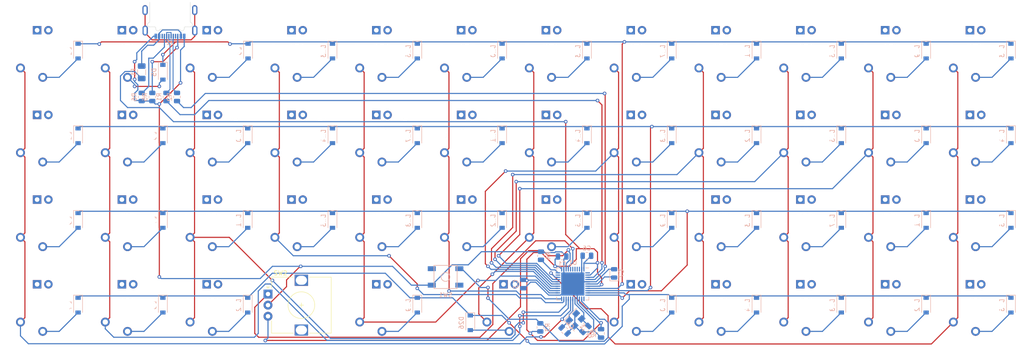
<source format=kicad_pcb>
(kicad_pcb (version 20211014) (generator pcbnew)
  (layers (0 "F.Cu" signal) (31 "B.Cu" signal) (34 "B.Paste" user) (35 "F.Paste" user) (36 "B.SilkS" user "B.Silkscreen") (37 "F.SilkS" user "F.Silkscreen") (38 "B.Mask" user) (39 "F.Mask" user) (44 "Edge.Cuts" user))
  (net 0 "")
  (net 1 "+5V")
  (net 2 "GND")
  (net 3 "Net-(C4-Pad2)")
  (net 4 "Net-(C5-Pad2)")
  (net 5 "Net-(C7-Pad1)")
  (net 6 "Row 0")
  (net 7 "Net-(D1-Pad2)")
  (net 8 "Row 1")
  (net 9 "Net-(D2-Pad2)")
  (net 10 "Row 2")
  (net 11 "Net-(D3-Pad2)")
  (net 12 "Row 3")
  (net 13 "Net-(D4-Pad2)")
  (net 14 "Net-(D5-Pad2)")
  (net 15 "Net-(D6-Pad2)")
  (net 16 "Net-(D7-Pad2)")
  (net 17 "Net-(D8-Pad2)")
  (net 18 "Net-(D9-Pad2)")
  (net 19 "Net-(D10-Pad2)")
  (net 20 "Net-(D11-Pad2)")
  (net 21 "Net-(D12-Pad2)")
  (net 22 "Net-(D13-Pad2)")
  (net 23 "Net-(D14-Pad2)")
  (net 24 "Net-(D15-Pad2)")
  (net 25 "Net-(D16-Pad2)")
  (net 26 "Net-(D17-Pad2)")
  (net 27 "Net-(D18-Pad2)")
  (net 28 "Net-(D19-Pad2)")
  (net 29 "Net-(D20-Pad2)")
  (net 30 "Net-(D21-Pad2)")
  (net 31 "Net-(D22-Pad2)")
  (net 32 "Net-(D23-Pad2)")
  (net 33 "Net-(D24-Pad2)")
  (net 34 "Net-(D25-Pad2)")
  (net 35 "Net-(D26-Pad2)")
  (net 36 "Net-(D27-Pad2)")
  (net 37 "Net-(D28-Pad2)")
  (net 38 "Net-(D29-Pad2)")
  (net 39 "Net-(D30-Pad2)")
  (net 40 "Net-(D31-Pad2)")
  (net 41 "Net-(D32-Pad2)")
  (net 42 "Net-(D33-Pad2)")
  (net 43 "Net-(D34-Pad2)")
  (net 44 "Net-(D35-Pad2)")
  (net 45 "Net-(D36-Pad2)")
  (net 46 "Net-(D37-Pad2)")
  (net 47 "Net-(D38-Pad2)")
  (net 48 "Net-(D39-Pad2)")
  (net 49 "Net-(D40-Pad2)")
  (net 50 "Net-(D41-Pad2)")
  (net 51 "Net-(D42-Pad2)")
  (net 52 "Net-(D43-Pad2)")
  (net 53 "Net-(D44-Pad2)")
  (net 54 "Net-(D45-Pad2)")
  (net 55 "Net-(D46-Pad2)")
  (net 56 "VCC")
  (net 57 "Net-(J1-PadA5)")
  (net 58 "D+")
  (net 59 "D-")
  (net 61 "Net-(J1-PadB5)")
  (net 63 "unconnected-(J1-PadS1)")
  (net 64 "Col 0")
  (net 65 "Col 1")
  (net 66 "Col 2")
  (net 67 "Col 3")
  (net 68 "Col 4")
  (net 69 "Col 5")
  (net 70 "Col 6")
  (net 71 "Col 7")
  (net 72 "Col 8")
  (net 73 "Col 9")
  (net 74 "Col 10")
  (net 75 "Col 11")
  (net 76 "Net-(R1-Pad2)")
  (net 77 "Net-(R2-Pad2)")
  (net 78 "Net-(R3-Pad2)")
  (net 79 "Net-(R4-Pad1)")
  (net 80 "Rot 0")
  (net 81 "Rot 1")
  (footprint "Kailh_Choc:KailhChoc-1U" (layer "F.Cu") (at 274.6375 103.1875 180)
    (fp_text reference "MX7")
    (fp_text value "MX-NoLED")
  )
  (footprint "Kailh_Choc:KailhChoc-1U" (layer "F.Cu") (at 427.0375 122.2375 180)
    (fp_text reference "MX38")
    (fp_text value "MX-NoLED")
  )
  (footprint "Kailh_Choc:KailhChoc-1U" (layer "F.Cu") (at 350.8375 65.0875 180)
    (fp_text reference "MX20")
    (fp_text value "MX-NoLED")
  )
  (footprint "Kailh_Choc:KailhChoc-1U" (layer "F.Cu") (at 293.6875 84.1375 180)
    (fp_text reference "MX10")
    (fp_text value "MX-NoLED")
  )
  (footprint "Kailh_Choc:KailhChoc-1U" (layer "F.Cu") (at 331.7875 84.1375 180)
    (fp_text reference "MX17")
    (fp_text value "MX-NoLED")
  )
  (footprint "Kailh_Choc:KailhChoc-1U" (layer "F.Cu") (at 407.9875 84.1375 180)
    (fp_text reference "MX32")
    (fp_text value "MX-NoLED")
  )
  (footprint "Kailh_Choc:KailhChoc-1U" (layer "F.Cu") (at 312.7375 103.1875 180)
    (fp_text reference "MX15")
    (fp_text value "MX-NoLED")
  )
  (footprint "Kailh_Choc:KailhChoc-1U" (layer "F.Cu") (at 465.1375 122.2375 180)
    (fp_text reference "MX46")
    (fp_text value "MX-NoLED")
  )
  (footprint "Kailh_Choc:KailhChoc-1U" (layer "F.Cu") (at 293.6875 65.0875 180)
    (fp_text reference "MX9")
    (fp_text value "MX-NoLED")
  )
  (footprint "Kailh_Choc:KailhChoc-1U" (layer "F.Cu") (at 446.0875 84.1375 180)
    (fp_text reference "MX40")
    (fp_text value "MX-NoLED")
  )
  (footprint "Kailh_Choc:KailhChoc-1U" (layer "F.Cu") (at 446.0875 103.1875 180)
    (fp_text reference "MX41")
    (fp_text value "MX-NoLED")
  )
  (footprint "Kailh_Choc:KailhChoc-1U" (layer "F.Cu") (at 293.6875 122.2375 180)
    (fp_text reference "MX12")
    (fp_text value "MX-NoLED")
  )
  (footprint "Kailh_Choc:KailhChoc-1U" (layer "F.Cu") (at 274.6375 122.2375 180)
    (fp_text reference "MX8")
    (fp_text value "MX-NoLED")
  )
  (footprint "Kailh_Choc:KailhChoc-1U" (layer "F.Cu") (at 369.8875 103.1875 180)
    (fp_text reference "MX25")
    (fp_text value "MX-NoLED")
  )
  (footprint "Kailh_Choc:KailhChoc-1U" (layer "F.Cu") (at 388.9375 103.1875 180)
    (fp_text reference "MX29")
    (fp_text value "MX-NoLED")
  )
  (footprint "Kailh_Choc:KailhChoc-1U" (layer "F.Cu") (at 388.9375 122.2375 180)
    (fp_text reference "MX30")
    (fp_text value "MX-NoLED")
  )
  (footprint "Kailh_Choc:KailhChoc-1U" (layer "F.Cu") (at 350.8375 103.1875 180)
    (fp_text reference "MX22")
    (fp_text value "MX-NoLED")
  )
  (footprint "Kailh_Choc:KailhChoc-1U" (layer "F.Cu") (at 274.6375 65.0875 180)
    (fp_text reference "MX5")
    (fp_text value "MX-NoLED")
  )
  (footprint "Kailh_Choc:KailhChoc-1U" (layer "F.Cu") (at 388.9375 84.1375 180)
    (fp_text reference "MX28")
    (fp_text value "MX-NoLED")
  )
  (footprint "Kailh_Choc:KailhChoc-1U" (layer "F.Cu") (at 407.9875 103.1875 180)
    (fp_text reference "MX33")
    (fp_text value "MX-NoLED")
  )
  (footprint "Kailh_Choc:KailhChoc-1U" (layer "F.Cu") (at 255.5875 84.1375 180)
    (fp_text reference "MX2")
    (fp_text value "MX-NoLED")
  )
  (footprint "Kailh_Choc:KailhChoc-1U" (layer "F.Cu") (at 427.0375 84.1375 180)
    (fp_text reference "MX36")
    (fp_text value "MX-NoLED")
  )
  (footprint "Kailh_Choc:KailhChoc-1U" (layer "F.Cu") (at 446.0875 65.0875 180)
    (fp_text reference "MX39")
    (fp_text value "MX-NoLED")
  )
  (footprint "Kailh_Choc:KailhChoc-1U" (layer "F.Cu") (at 427.0375 103.1875 180)
    (fp_text reference "MX37")
    (fp_text value "MX-NoLED")
  )
  (footprint "Kailh_Choc:KailhChoc-1U" (layer "F.Cu") (at 407.9875 65.0875 180)
    (fp_text reference "MX31")
    (fp_text value "MX-NoLED")
  )
  (footprint "Kailh_Choc:KailhChoc-1U" (layer "F.Cu") (at 331.7875 122.2375 180)
    (fp_text reference "MX19")
    (fp_text value "MX-NoLED")
  )
  (footprint "Kailh_Choc:KailhChoc-1U" (layer "F.Cu") (at 331.7875 103.1875 180)
    (fp_text reference "MX18")
    (fp_text value "MX-NoLED")
  )
  (footprint "Kailh_Choc:KailhChoc-1U" (layer "F.Cu") (at 293.6875 103.1875 180)
    (fp_text reference "MX11")
    (fp_text value "MX-NoLED")
  )
  (footprint "Kailh_Choc:KailhChoc-1U" (layer "F.Cu") (at 312.7375 65.0875 180)
    (fp_text reference "MX13")
    (fp_text value "MX-NoLED")
  )
  (footprint "Kailh_Choc:KailhChoc-1U" (layer "F.Cu") (at 255.5875 103.1875 180)
    (fp_text reference "MX3")
    (fp_text value "MX-NoLED")
  )
  (footprint "Kailh_Choc:KailhChoc-1U" (layer "F.Cu") (at 331.7875 65.0875 180)
    (fp_text reference "MX16")
    (fp_text value "MX-NoLED")
  )
  (footprint "Kailh_Choc:KailhChoc-1U" (layer "F.Cu") (at 465.1375 84.1375 180)
    (fp_text reference "MX44")
    (fp_text value "MX-NoLED")
  )
  (footprint "Kailh_Choc:KailhChoc-1U" (layer "F.Cu") (at 465.1375 65.0875 180)
    (fp_text reference "MX43")
    (fp_text value "MX-NoLED")
  )
  (footprint "Kailh_Choc:KailhChoc-1U" (layer "F.Cu") (at 255.5875 65.0875 180)
    (fp_text reference "MX1")
    (fp_text value "MX-NoLED")
  )
  (footprint "Kailh_Choc:KailhChoc-1U" (layer "F.Cu") (at 407.9875 122.2375 180)
    (fp_text reference "MX34")
    (fp_text value "MX-NoLED")
  )
  (footprint "Kailh_Choc:KailhChoc-1U" (layer "F.Cu") (at 446.0875 122.2375 180)
    (fp_text reference "MX42")
    (fp_text value "MX-NoLED")
  )
  (footprint "Kailh_Choc:KailhChoc-1U" (layer "F.Cu") (at 360.3625 122.2375 180)
    (fp_text reference "MX26")
    (fp_text value "MX-NoLED")
  )
  (footprint "Kailh_Choc:KailhChoc-1U" (layer "F.Cu") (at 388.9375 65.0875 180)
    (fp_text reference "MX27")
    (fp_text value "MX-NoLED")
  )
  (footprint "Kailh_Choc:KailhChoc-1U" (layer "F.Cu") (at 274.6375 84.1375 180)
    (fp_text reference "MX6")
    (fp_text value "MX-NoLED")
  )
  (footprint "Kailh_Choc:KailhChoc-1U" (layer "F.Cu") (at 255.5875 122.2375 180)
    (fp_text reference "MX4")
    (fp_text value "MX-NoLED")
  )
  (footprint "Rotary_Encoder:RotaryEncoder_Alps_EC12E_Vertical_H20mm" (layer "F.Cu") (at 306.1875 119.7375)
    (fp_text reference "SW2")
    (fp_text value "RotaryEncoder")
  )
  (footprint "Kailh_Choc:KailhChoc-1U" (layer "F.Cu") (at 427.0375 65.0875 180)
    (fp_text reference "MX35")
    (fp_text value "MX-NoLED")
  )
  (footprint "Kailh_Choc:KailhChoc-1U" (layer "F.Cu") (at 369.8875 65.0875 180)
    (fp_text reference "MX23")
    (fp_text value "MX-NoLED")
  )
  (footprint "Kailh_Choc:KailhChoc-1U" (layer "F.Cu") (at 350.8375 84.1375 180)
    (fp_text reference "MX21")
    (fp_text value "MX-NoLED")
  )
  (footprint "Kailh_Choc:KailhChoc-1U" (layer "F.Cu") (at 312.7375 84.1375 180)
    (fp_text reference "MX14")
    (fp_text value "MX-NoLED")
  )
  (footprint "Kailh_Choc:KailhChoc-1U" (layer "F.Cu") (at 465.1375 103.1875 180)
    (fp_text reference "MX45")
    (fp_text value "MX-NoLED")
  )
  (footprint "Kailh_Choc:KailhChoc-1U" (layer "F.Cu") (at 369.8875 84.1375 180)
    (fp_text reference "MX24")
    (fp_text value "MX-NoLED")
  )
  (footprint "Diode_SMD:D_SOD-123" (layer "B.Cu") (at 263.525 122.2375 -90)
    (fp_text reference "D4")
    (fp_text value "D_Small")
  )
  (footprint "Diode_SMD:D_SOD-123" (layer "B.Cu") (at 377.825 103.1875 -90)
    (fp_text reference "D25")
    (fp_text value "D_Small")
  )
  (footprint "Diode_SMD:D_SOD-123" (layer "B.Cu") (at 473.075 65.0875 -90)
    (fp_text reference "D43")
    (fp_text value "D_Small")
  )
  (footprint "Diode_SMD:D_SOD-123" (layer "B.Cu") (at 282.575 69.85 -90)
    (fp_text reference "D5")
    (fp_text value "D_Small")
  )
  (footprint "Resistor_SMD:R_0805_2012Metric" (layer "B.Cu") (at 367.3625 127.2375 90)
    (fp_text reference "R3")
    (fp_text value "10k")
  )
  (footprint "Diode_SMD:D_SOD-123" (layer "B.Cu") (at 396.875 103.1875 -90)
    (fp_text reference "D29")
    (fp_text value "D_Small")
  )
  (footprint "Diode_SMD:D_SOD-123" (layer "B.Cu") (at 282.575 103.1875 -90)
    (fp_text reference "D7")
    (fp_text value "D_Small")
  )
  (footprint "marbastlib-various:USB_C_Receptacle_HRO_TYPE-C-31-M-14" (layer "B.Cu") (at 284.1725 60.54625)
    (fp_text reference "J1")
    (fp_text value "USB_C_Receptacle_USB2.0")
    (fp_line (start 4.545001 -2.075821) (end 4.545001 -6.435) (layer "Edge.Cuts") (width 0.08))
    (fp_line (start -4.554999 -2.075821) (end -4.554999 -6.435) (layer "Edge.Cuts") (width 0.08))
    (fp_line (start 3.195001 -0.505) (end 3.195001 -0.705) (layer "Edge.Cuts") (width 0.08))
    (fp_line (start -3.404998 -0.905) (end -4.554999 -0.905) (layer "Edge.Cuts") (width 0.08))
    (fp_line (start 3.395 -0.905) (end 4.545001 -0.905) (layer "Edge.Cuts") (width 0.08))
    (fp_line (start -0.004999 -0.355) (end -2.098781 -0.355) (layer "Edge.Cuts") (width 0.08))
    (fp_line (start -3.204999 -0.505) (end -3.204999 -0.705) (layer "Edge.Cuts") (width 0.08))
    (fp_line (start -0.004999 -0.355) (end 2.088783 -0.355) (layer "Edge.Cuts") (width 0.08))
    (fp_arc (start 4.687858 -1.884158) (mid 4.584652 -1.9563) (end 4.545001 -2.075821) (layer "Edge.Cuts") (width 0.08))
    (fp_arc (start -2.271986 -0.255) (mid -2.834409 -0.022037) (end -3.204999 -0.505) (layer "Edge.Cuts") (width 0.08))
    (fp_arc (start 3.195001 -0.505) (mid 2.82441 -0.022036) (end 2.261988 -0.255) (layer "Edge.Cuts") (width 0.08))
    (fp_arc (start 2.088783 -0.355) (mid 2.188789 -0.328211) (end 2.261988 -0.255) (layer "Edge.Cuts") (width 0.08))
    (fp_arc (start -3.404998 -0.905) (mid -3.263577 -0.846421) (end -3.204998 -0.705) (layer "Edge.Cuts") (width 0.08))
    (fp_arc (start 3.195001 -0.705) (mid 3.253579 -0.846421) (end 3.395 -0.904999) (layer "Edge.Cuts") (width 0.08))
    (fp_arc (start -2.271986 -0.255) (mid -2.198781 -0.328205) (end -2.098781 -0.355) (layer "Edge.Cuts") (width 0.08))
    (fp_arc (start -4.554999 -0.905) (mid -5.04976 -1.332815) (end -4.697856 -1.884157) (layer "Edge.Cuts") (width 0.08))
    (fp_arc (start 4.687858 -1.884158) (mid 5.039763 -1.332815) (end 4.545001 -0.904999) (layer "Edge.Cuts") (width 0.08))
    (fp_arc (start -4.554999 -2.075821) (mid -4.594642 -1.956298) (end -4.697856 -1.884158) (layer "Edge.Cuts") (width 0.08))
  )
  (footprint "Capacitor_SMD:C_0805_2012Metric" (layer "B.Cu") (at 363.5375 117.475 -90)
    (fp_text reference "C3")
    (fp_text value "0.1uF")
  )
  (footprint "Diode_SMD:D_SOD-123" (layer "B.Cu") (at 415.925 103.1875 -90)
    (fp_text reference "D33")
    (fp_text value "D_Small")
  )
  (footprint "random-keyboard-parts:SKQG-1155865" (layer "B.Cu") (at 346.075 115.8875 180)
    (fp_text reference "SW1")
    (fp_text value "SW_Push")
  )
  (footprint "Diode_SMD:D_SOD-123" (layer "B.Cu") (at 263.525 65.0875 -90)
    (fp_text reference "D1")
    (fp_text value "D_Small")
  )
  (footprint "Diode_SMD:D_SOD-123" (layer "B.Cu") (at 434.975 122.2375 -90)
    (fp_text reference "D38")
    (fp_text value "D_Small")
  )
  (footprint "Diode_SMD:D_SOD-123" (layer "B.Cu") (at 473.075 103.1875 -90)
    (fp_text reference "D45")
    (fp_text value "D_Small")
  )
  (footprint "Diode_SMD:D_SOD-123" (layer "B.Cu") (at 434.975 84.1375 -90)
    (fp_text reference "D36")
    (fp_text value "D_Small")
  )
  (footprint "Resistor_SMD:R_0805_2012Metric" (layer "B.Cu") (at 367.50625 111.125 90)
    (fp_text reference "R4")
    (fp_text value "10k")
  )
  (footprint "Diode_SMD:D_SOD-123" (layer "B.Cu") (at 454.025 65.0875 -90)
    (fp_text reference "D39")
    (fp_text value "D_Small")
  )
  (footprint "Resistor_SMD:R_0805_2012Metric" (layer "B.Cu") (at 277.8125 75.40625 -90)
    (fp_text reference "R6")
    (fp_text value "5.1k")
  )
  (footprint "Diode_SMD:D_SOD-123" (layer "B.Cu") (at 434.975 103.1875 -90)
    (fp_text reference "D37")
    (fp_text value "D_Small")
  )
  (footprint "Diode_SMD:D_SOD-123" (layer "B.Cu") (at 320.675 103.1875 -90)
    (fp_text reference "D15")
    (fp_text value "D_Small")
  )
  (footprint "Diode_SMD:D_SOD-123" (layer "B.Cu") (at 415.925 65.0875 -90)
    (fp_text reference "D31")
    (fp_text value "D_Small")
  )
  (footprint "Diode_SMD:D_SOD-123" (layer "B.Cu") (at 434.975 65.0875 -90)
    (fp_text reference "D35")
    (fp_text value "D_Small")
  )
  (footprint "Diode_SMD:D_SOD-123" (layer "B.Cu") (at 454.025 103.1875 -90)
    (fp_text reference "D41")
    (fp_text value "D_Small")
  )
  (footprint "Capacitor_SMD:C_0805_2012Metric" (layer "B.Cu") (at 381 128.5875 -90)
    (fp_text reference "C2")
    (fp_text value "0.1uF")
  )
  (footprint "Diode_SMD:D_SOD-123" (layer "B.Cu") (at 358.775 65.0875 -90)
    (fp_text reference "D20")
    (fp_text value "D_Small")
  )
  (footprint "Diode_SMD:D_SOD-123" (layer "B.Cu") (at 415.925 122.2375 -90)
    (fp_text reference "D34")
    (fp_text value "D_Small")
  )
  (footprint "Resistor_SMD:R_0805_2012Metric" (layer "B.Cu") (at 283.36875 75.40625 -90)
    (fp_text reference "R1")
    (fp_text value "22")
  )
  (footprint "Diode_SMD:D_SOD-123" (layer "B.Cu") (at 377.825 65.0875 -90)
    (fp_text reference "D23")
    (fp_text value "D_Small")
  )
  (footprint "Diode_SMD:D_SOD-123" (layer "B.Cu") (at 339.725 103.1875 -90)
    (fp_text reference "D18")
    (fp_text value "D_Small")
  )
  (footprint "Diode_SMD:D_SOD-123" (layer "B.Cu") (at 377.825 84.1375 -90)
    (fp_text reference "D24")
    (fp_text value "D_Small")
  )
  (footprint "Diode_SMD:D_SOD-123" (layer "B.Cu") (at 301.625 122.2375 -90)
    (fp_text reference "D12")
    (fp_text value "D_Small")
  )
  (footprint "Diode_SMD:D_SOD-123" (layer "B.Cu") (at 301.625 84.1375 -90)
    (fp_text reference "D10")
    (fp_text value "D_Small")
  )
  (footprint "Diode_SMD:D_SOD-123" (layer "B.Cu") (at 339.725 65.0875 -90)
    (fp_text reference "D16")
    (fp_text value "D_Small")
  )
  (footprint "Diode_SMD:D_SOD-123" (layer "B.Cu") (at 473.075 122.2375 -90)
    (fp_text reference "D46")
    (fp_text value "D_Small")
  )
  (footprint "Package_DFN_QFN:QFN-44-1EP_7x7mm_P0.5mm_EP5.2x5.2mm" (layer "B.Cu") (at 374.65 117.475 180)
    (fp_text reference "U1")
    (fp_text value "ATmega32U4-M")
  )
  (footprint "Diode_SMD:D_SOD-123" (layer "B.Cu") (at 473.075 84.1375 -90)
    (fp_text reference "D44")
    (fp_text value "D_Small")
  )
  (footprint "Capacitor_SMD:C_0805_2012Metric" (layer "B.Cu") (at 372.26875 111.29375)
    (fp_text reference "C1")
    (fp_text value "0.1uF")
  )
  (footprint "Diode_SMD:D_0805_2012Metric" (layer "B.Cu") (at 383.9375 115.09375 90)
    (fp_text reference "C7")
    (fp_text value "1uF")
  )
  (footprint "Diode_SMD:D_SOD-123" (layer "B.Cu") (at 415.925 84.1375 -90)
    (fp_text reference "D32")
    (fp_text value "D_Small")
  )
  (footprint "Diode_SMD:D_SOD-123" (layer "B.Cu") (at 263.525 103.1875 -90)
    (fp_text reference "D3")
    (fp_text value "D_Small")
  )
  (footprint "Diode_SMD:D_SOD-123" (layer "B.Cu") (at 454.025 122.2375 -90)
    (fp_text reference "D42")
    (fp_text value "D_Small")
  )
  (footprint "Diode_SMD:D_SOD-123" (layer "B.Cu") (at 358.775 84.1375 -90)
    (fp_text reference "D21")
    (fp_text value "D_Small")
  )
  (footprint "Diode_SMD:D_SOD-123" (layer "B.Cu") (at 358.775 103.1875 -90)
    (fp_text reference "D22")
    (fp_text value "D_Small")
  )
  (footprint "Diode_SMD:D_SOD-123" (layer "B.Cu") (at 454.025 84.1375 -90)
    (fp_text reference "D40")
    (fp_text value "D_Small")
  )
  (footprint "Diode_SMD:D_SOD-123" (layer "B.Cu") (at 339.725 84.1375 -90)
    (fp_text reference "D17")
    (fp_text value "D_Small")
  )
  (footprint "Diode_SMD:D_SOD-123" (layer "B.Cu") (at 301.70625 65.0875 -90)
    (fp_text reference "D9")
    (fp_text value "D_Small")
  )
  (footprint "Diode_SMD:D_SOD-123" (layer "B.Cu") (at 263.525 84.1375 -90)
    (fp_text reference "D2")
    (fp_text value "D_Small")
  )
  (footprint "Diode_SMD:D_SOD-123" (layer "B.Cu") (at 351.63125 126.20625 -90)
    (fp_text reference "D26")
    (fp_text value "D_Small")
  )
  (footprint "Capacitor_SMD:C_0805_2012Metric" (layer "B.Cu") (at 377.493525 127.585193 45)
    (fp_text reference "C5")
    (fp_text value "22pF")
  )
  (footprint "Diode_SMD:D_SOD-123" (layer "B.Cu") (at 339.725 122.2375 -90)
    (fp_text reference "D19")
    (fp_text value "D_Small")
  )
  (footprint "Capacitor_SMD:C_0805_2012Metric" (layer "B.Cu") (at 377.825 111.125 180)
    (fp_text reference "C6")
    (fp_text value "10uF")
  )
  (footprint "Diode_SMD:D_SOD-123" (layer "B.Cu") (at 320.675 65.0875 -90)
    (fp_text reference "D13")
    (fp_text value "D_Small")
  )
  (footprint "Resistor_SMD:R_0805_2012Metric" (layer "B.Cu") (at 280.19375 75.40625 -90)
    (fp_text reference "R5")
    (fp_text value "5.1k")
  )
  (footprint "Diode_SMD:D_SOD-123" (layer "B.Cu") (at 396.875 84.1375 -90)
    (fp_text reference "D28")
    (fp_text value "D_Small")
  )
  (footprint "Diode_SMD:D_SOD-123" (layer "B.Cu") (at 320.675 84.1375 -90)
    (fp_text reference "D14")
    (fp_text value "D_Small")
  )
  (footprint "Diode_SMD:D_SOD-123" (layer "B.Cu") (at 282.575 122.2375 -90)
    (fp_text reference "D8")
    (fp_text value "D_Small")
  )
  (footprint "Fuse:Fuse_1206_3216Metric" (layer "B.Cu") (at 277.8125 69.85 -90)
    (fp_text reference "F1")
    (fp_text value "500mA")
  )
  (footprint "Capacitor_SMD:C_0805_2012Metric" (layer "B.Cu") (at 372.828335 127.930762 135)
    (fp_text reference "C4")
    (fp_text value "22pF")
  )
  (footprint "Diode_SMD:D_SOD-123" (layer "B.Cu") (at 396.875 122.2375 -90)
    (fp_text reference "D30")
    (fp_text value "D_Small")
  )
  (footprint "Diode_SMD:D_SOD-123" (layer "B.Cu") (at 301.625 103.1875 -90)
    (fp_text reference "D11")
    (fp_text value "D_Small")
  )
  (footprint "Resistor_SMD:R_0805_2012Metric" (layer "B.Cu") (at 285.75 75.40625 -90)
    (fp_text reference "R2")
    (fp_text value "22")
  )
  (footprint "Diode_SMD:D_SOD-123" (layer "B.Cu") (at 282.575 84.1375 -90)
    (fp_text reference "D6")
    (fp_text value "D_Small")
  )
  (footprint "Crystal:Crystal_SMD_3225-4Pin_3.2x2.5mm" (layer "B.Cu") (at 375.242022 125.49263 45)
    (fp_text reference "Y1")
    (fp_text value "16MHz")
  )
  (footprint "Diode_SMD:D_SOD-123" (layer "B.Cu") (at 396.875 65.0875 -90)
    (fp_text reference "D27")
    (fp_text value "D_Small")
  )
  (segment (start 380.20625 112.7125) (end 380.20625 115.09375) (width 0.25) (layer "F.Cu") (net 1))
  (segment (start 377.03125 130.175) (end 366.7125 130.175) (width 0.25) (layer "F.Cu") (net 1))
  (segment (start 367.5875 110.4125) (end 370.68125 113.50625) (width 0.25) (layer "F.Cu") (net 1))
  (segment (start 366.7125 130.175) (end 365.125 128.5875) (width 0.25) (layer "F.Cu") (net 1))
  (segment (start 373.0625 106.3625) (end 376.2375 109.5375) (width 0.25) (layer "F.Cu") (net 1))
  (segment (start 381.115424 116.002924) (end 381.115424 117.590424) (width 0.25) (layer "F.Cu") (net 1))
  (segment (start 373.0625 80.9625) (end 373.0625 106.3625) (width 0.25) (layer "F.Cu") (net 1))
  (segment (start 373.85625 113.50625) (end 375.44375 111.91875) (width 0.25) (layer "F.Cu") (net 1))
  (segment (start 365.125 128.5875) (end 364.33125 127.79375) (width 0.25) (layer "F.Cu") (net 1))
  (segment (start 379.4125 109.5375) (end 380.20625 110.33125) (width 0.25) (layer "F.Cu") (net 1))
  (segment (start 364.33125 111.91875) (end 365.8375 110.4125) (width 0.25) (layer "F.Cu") (net 1))
  (segment (start 370.68125 113.50625) (end 373.85625 113.50625) (width 0.25) (layer "F.Cu") (net 1))
  (segment (start 364.33125 127.79375) (end 364.33125 116.68125) (width 0.25) (layer "F.Cu") (net 1))
  (segment (start 380.20625 110.33125) (end 380.20625 112.7125) (width 0.25) (layer "F.Cu") (net 1))
  (segment (start 376.2375 109.5375) (end 379.4125 109.5375) (width 0.25) (layer "F.Cu") (net 1))
  (segment (start 365.8375 110.4125) (end 367.5875 110.4125) (width 0.25) (layer "F.Cu") (net 1))
  (segment (start 381 126.20625) (end 377.03125 130.175) (width 0.25) (layer "F.Cu") (net 1))
  (segment (start 380.20625 115.09375) (end 381.115424 116.002924) (width 0.25) (layer "F.Cu") (net 1))
  (segment (start 375.44375 111.91875) (end 375.44375 109.5375) (width 0.25) (layer "F.Cu") (net 1))
  (segment (start 375.44375 109.5375) (end 376.2375 109.5375) (width 0.25) (layer "F.Cu") (net 1))
  (segment (start 364.33125 116.68125) (end 364.33125 111.91875) (width 0.25) (layer "F.Cu") (net 1))
  (via (at 380.20625 112.7125) (size 0.8) (drill 0.4) (layers "F.Cu" "B.Cu") (net 1))
  (via (at 381.115424 117.590424) (size 0.8) (drill 0.4) (layers "F.Cu" "B.Cu") (net 1))
  (via (at 365.125 128.5875) (size 0.8) (drill 0.4) (layers "F.Cu" "B.Cu") (net 1))
  (via (at 373.0625 80.9625) (size 0.8) (drill 0.4) (layers "F.Cu" "B.Cu") (net 1))
  (via (at 381 126.20625) (size 0.8) (drill 0.4) (layers "F.Cu" "B.Cu") (net 1))
  (via (at 364.33125 116.68125) (size 0.8) (drill 0.4) (layers "F.Cu" "B.Cu") (net 1))
  (via (at 370.68125 113.50625) (size 0.8) (drill 0.4) (layers "F.Cu" "B.Cu") (net 1))
  (segment (start 377.15 112.75) (end 378.775 111.125) (width 0.25) (layer "B.Cu") (net 1))
  (segment (start 377.9875 115.475) (end 378.573008 115.475) (width 0.25) (layer "B.Cu") (net 1))
  (segment (start 380.0875 112.83125) (end 380.20625 112.7125) (width 0.25) (layer "B.Cu") (net 1))
  (segment (start 381.115424 117.590424) (end 380.730848 117.975) (width 0.25) (layer "B.Cu") (net 1))
  (segment (start 378.573008 115.475) (end 380.20625 113.841758) (width 0.25) (layer "B.Cu") (net 1))
  (segment (start 364.33125 116.68125) (end 364.400001 116.612499) (width 0.25) (layer "B.Cu") (net 1))
  (segment (start 284.95625 80.9625) (end 373.0625 80.9625) (width 0.25) (layer "B.Cu") (net 1))
  (segment (start 376.15 120.8125) (end 376.15 121.670958) (width 0.25) (layer "B.Cu") (net 1))
  (segment (start 380.685292 126.20625) (end 381 126.20625) (width 0.25) (layer "B.Cu") (net 1))
  (segment (start 380.20625 113.841758) (end 380.20625 112.7125) (width 0.25) (layer "B.Cu") (net 1))
  (segment (start 363.5375 116.525) (end 364.175 116.525) (width 0.25) (layer "B.Cu") (net 1))
  (segment (start 370.68125 113.50625) (end 370.68125 111.93125) (width 0.25) (layer "B.Cu") (net 1))
  (segment (start 274.088667 69.6625) (end 273.05 70.701167) (width 0.25) (layer "B.Cu") (net 1))
  (segment (start 364.400001 116.612499) (end 366.498895 116.612499) (width 0.25) (layer "B.Cu") (net 1))
  (segment (start 377.15 114.1375) (end 377.15 112.83125) (width 0.25) (layer "B.Cu") (net 1))
  (segment (start 371.51875 113.50625) (end 372.15 114.1375) (width 0.25) (layer "B.Cu") (net 1))
  (segment (start 273.05 76.2) (end 274.6375 77.7875) (width 0.25) (layer "B.Cu") (net 1))
  (segment (start 370.68125 113.50625) (end 371.51875 113.50625) (width 0.25) (layer "B.Cu") (net 1))
  (segment (start 377.15 112.83125) (end 377.15 112.75) (width 0.25) (layer "B.Cu") (net 1))
  (segment (start 276.225 69.6625) (end 274.088667 69.6625) (width 0.25) (layer "B.Cu") (net 1))
  (segment (start 277.8125 71.25) (end 276.225 69.6625) (width 0.25) (layer "B.Cu") (net 1))
  (segment (start 370.68125 111.93125) (end 371.31875 111.29375) (width 0.25) (layer "B.Cu") (net 1))
  (segment (start 273.05 70.701167) (end 273.05 76.2) (width 0.25) (layer "B.Cu") (net 1))
  (segment (start 381 127.6375) (end 381 126.20625) (width 0.25) (layer "B.Cu") (net 1))
  (segment (start 366.498895 116.612499) (end 369.361396 119.475) (width 0.25) (layer "B.Cu") (net 1))
  (segment (start 367.3625 128.15) (end 365.5625 128.15) (width 0.25) (layer "B.Cu") (net 1))
  (segment (start 365.5625 128.15) (end 365.125 128.5875) (width 0.25) (layer "B.Cu") (net 1))
  (segment (start 281.78125 77.7875) (end 284.95625 80.9625) (width 0.25) (layer "B.Cu") (net 1))
  (segment (start 376.15 121.670958) (end 380.685292 126.20625) (width 0.25) (layer "B.Cu") (net 1))
  (segment (start 364.175 116.525) (end 364.33125 116.68125) (width 0.25) (layer "B.Cu") (net 1))
  (segment (start 377.15 112.83125) (end 380.0875 112.83125) (width 0.25) (layer "B.Cu") (net 1))
  (segment (start 380.730848 117.975) (end 377.9875 117.975) (width 0.25) (layer "B.Cu") (net 1))
  (segment (start 274.6375 77.7875) (end 281.78125 77.7875) (width 0.25) (layer "B.Cu") (net 1))
  (segment (start 369.361396 119.475) (end 371.3125 119.475) (width 0.25) (layer "B.Cu") (net 1))
  (segment (start 286.54375 72.23125) (end 281.78125 76.99375) (width 0.25) (layer "F.Cu") (net 2))
  (segment (start 310.35625 118.06875) (end 306.1875 122.2375) (width 0.25) (layer "F.Cu") (net 2))
  (segment (start 310.35625 116.56875) (end 310.35625 118.06875) (width 0.25) (layer "F.Cu") (net 2))
  (segment (start 281.78125 76.99375) (end 281.78125 115.8875) (width 0.25) (layer "F.Cu") (net 2))
  (segment (start 313.41875 113.50625) (end 310.35625 116.56875) (width 0.25) (layer "F.Cu") (net 2))
  (segment (start 313.53125 113.50625) (end 313.41875 113.50625) (width 0.25) (layer "F.Cu") (net 2))
  (segment (start 276.225 67.46875) (end 276.225 71.4375) (width 0.25) (layer "F.Cu") (net 2))
  (via (at 276.225 71.4375) (size 0.8) (drill 0.4) (layers "F.Cu" "B.Cu") (net 2))
  (via (at 286.54375 72.23125) (size 0.8) (drill 0.4) (layers "F.Cu" "B.Cu") (net 2))
  (via (at 313.53125 113.50625) (size 0.8) (drill 0.4) (layers "F.Cu" "B.Cu") (net 2))
  (via (at 281.78125 115.8875) (size 0.8) (drill 0.4) (layers "F.Cu" "B.Cu") (net 2))
  (via (at 281.78125 76.99375) (size 0.8) (drill 0.4) (layers "F.Cu" "B.Cu") (net 2))
  (via (at 276.225 67.46875) (size 0.8) (drill 0.4) (layers "F.Cu" "B.Cu") (net 2))
  (segment (start 374.401992 117.475) (end 374.65 117.475) (width 0.25) (layer "B.Cu") (net 2))
  (segment (start 376.65 115.475) (end 374.65 117.475) (width 0.25) (layer "B.Cu") (net 2))
  (segment (start 366.299999 117.062499) (end 367.6625 118.425) (width 0.25) (layer "B.Cu") (net 2))
  (segment (start 379.9125 116.975) (end 382.73125 114.15625) (width 0.25) (layer "B.Cu") (net 2))
  (segment (start 379.334375 127.871875) (end 381 129.5375) (width 0.25) (layer "B.Cu") (net 2))
  (segment (start 280.9725 61.74625) (end 280.4525 61.74625) (width 0.25) (layer "B.Cu") (net 2))
  (segment (start 342.975 117.7375) (end 347.55 113.1625) (width 0.25) (layer "B.Cu") (net 2))
  (segment (start 342.975 117.7375) (end 338.4 117.7375) (width 0.25) (layer "B.Cu") (net 2))
  (segment (start 365.178641 117.062499) (end 366.299999 117.062499) (width 0.25) (layer "B.Cu") (net 2))
  (segment (start 286.54375 64.857415) (end 286.54375 72.23125) (width 0.25) (layer "B.Cu") (net 2))
  (segment (start 367.70625 110.4125) (end 370.6 110.4125) (width 0.25) (layer "B.Cu") (net 2))
  (segment (start 376.821774 128.256944) (end 378.793056 128.256944) (width 0.25) (layer "B.Cu") (net 2))
  (segment (start 375.65 118.475) (end 374.65 117.475) (width 0.25) (layer "B.Cu") (net 2))
  (segment (start 338.4 117.7375) (end 334.16875 113.50625) (width 0.25) (layer "B.Cu") (net 2))
  (segment (start 377.9875 116.975) (end 379.9125 116.975) (width 0.25) (layer "B.Cu") (net 2))
  (segment (start 382.73125 114.15625) (end 383.9375 114.15625) (width 0.25) (layer "B.Cu") (net 2))
  (segment (start 373.500086 128.436647) (end 375.065245 126.871488) (width 0.25) (layer "B.Cu") (net 2))
  (segment (start 367.675 118.425) (end 369.225 119.975) (width 0.25) (layer "B.Cu") (net 2))
  (segment (start 372.65 115.475) (end 374.65 117.475) (width 0.25) (layer "B.Cu") (net 2))
  (segment (start 376.821774 128.256944) (end 376.450701 128.256944) (width 0.25) (layer "B.Cu") (net 2))
  (segment (start 379.334375 127.715625) (end 379.334375 127.871875) (width 0.25) (layer "B.Cu") (net 2))
  (segment (start 371.901992 119.975) (end 374.401992 117.475) (width 0.25) (layer "B.Cu") (net 2))
  (segment (start 276.712501 65.486249) (end 276.712501 66.981249) (width 0.25) (layer "B.Cu") (net 2))
  (segment (start 372.65 114.1375) (end 372.65 115.475) (width 0.25) (layer "B.Cu") (net 2))
  (segment (start 276.225 71.938604) (end 276.95 72.663604) (width 0.25) (layer "B.Cu") (net 2))
  (segment (start 373.500086 128.602513) (end 373.500086 128.436647) (width 0.25) (layer "B.Cu") (net 2))
  (segment (start 375.065245 126.871488) (end 375.107403 126.82933) (width 0.25) (layer "B.Cu") (net 2))
  (segment (start 280.86875 76.99375) (end 280.19375 76.31875) (width 0.25) (layer "B.Cu") (net 2))
  (segment (start 376.65 114.1375) (end 376.65 111.35) (width 0.25) (layer "B.Cu") (net 2))
  (segment (start 277.69375 76.2) (end 277.8125 76.31875) (width 0.25) (layer "B.Cu") (net 2))
  (segment (start 277.8125 76.31875) (end 280.19375 76.31875) (width 0.25) (layer "B.Cu") (net 2))
  (segment (start 375.65 120.8125) (end 375.65 121.807354) (width 0.25) (layer "B.Cu") (net 2))
  (segment (start 370.6 110.4125) (end 370.76875 110.24375) (width 0.25) (layer "B.Cu") (net 2))
  (segment (start 367.50625 110.2125) (end 354.13125 110.2125) (width 0.25) (layer "B.Cu") (net 2))
  (segment (start 375.65 120.8125) (end 375.65 118.475) (width 0.25) (layer "B.Cu") (net 2))
  (segment (start 276.95 72.663604) (end 276.95 73.830577) (width 0.25) (layer "B.Cu") (net 2))
  (segment (start 379.334375 125.491729) (end 379.334375 127.715625) (width 0.25) (layer "B.Cu") (net 2))
  (segment (start 375.15 116.975) (end 374.65 117.475) (width 0.25) (layer "B.Cu") (net 2))
  (segment (start 334.16875 113.50625) (end 313.53125 113.50625) (width 0.25) (layer "B.Cu") (net 2))
  (segment (start 363.5375 118.425) (end 363.81614 118.425) (width 0.25) (layer "B.Cu") (net 2))
  (segment (start 276.712501 66.981249) (end 276.225 67.46875) (width 0.25) (layer "B.Cu") (net 2))
  (segment (start 276.225 76.2) (end 277.69375 76.2) (width 0.25) (layer "B.Cu") (net 2))
  (segment (start 372.65 114.1375) (end 372.65 111.8625) (width 0.25) (layer "B.Cu") (net 2))
  (segment (start 351.18125 113.1625) (end 347.55 113.1625) (width 0.25) (layer "B.Cu") (net 2))
  (segment (start 276.225 71.4375) (end 276.225 71.938604) (width 0.25) (layer "B.Cu") (net 2))
  (segment (start 378.793056 128.256944) (end 379.334375 127.715625) (width 0.25) (layer "B.Cu") (net 2))
  (segment (start 376.65 111.35) (end 376.875 111.125) (width 0.25) (layer "B.Cu") (net 2))
  (segment (start 280.4525 61.74625) (end 276.712501 65.486249) (width 0.25) (layer "B.Cu") (net 2))
  (segment (start 282.2025 116.26) (end 304.4275 116.26) (width 0.25) (layer "B.Cu") (net 2))
  (segment (start 372.16875 110.24375) (end 373.21875 111.29375) (width 0.25) (layer "B.Cu") (net 2))
  (segment (start 276.225 74.555577) (end 276.225 76.2) (width 0.25) (layer "B.Cu") (net 2))
  (segment (start 281.83 115.8875) (end 281.78125 115.8875) (width 0.25) (layer "B.Cu") (net 2))
  (segment (start 287.3725 64.028665) (end 286.54375 64.857415) (width 0.25) (layer "B.Cu") (net 2))
  (segment (start 363.81614 118.425) (end 365.178641 117.062499) (width 0.25) (layer "B.Cu") (net 2))
  (segment (start 371.3125 119.975) (end 371.901992 119.975) (width 0.25) (layer "B.Cu") (net 2))
  (segment (start 307.18125 113.50625) (end 313.53125 113.50625) (width 0.25) (layer "B.Cu") (net 2))
  (segment (start 281.78125 76.99375) (end 280.86875 76.99375) (width 0.25) (layer "B.Cu") (net 2))
  (segment (start 377.9875 116.975) (end 375.15 116.975) (width 0.25) (layer "B.Cu") (net 2))
  (segment (start 276.95 73.830577) (end 276.225 74.555577) (width 0.25) (layer "B.Cu") (net 2))
  (segment (start 375.65 121.807354) (end 379.334375 125.491729) (width 0.25) (layer "B.Cu") (net 2))
  (segment (start 287.3725 61.74625) (end 287.3725 64.028665) (width 0.25) (layer "B.Cu") (net 2))
  (segment (start 375.107403 126.82933) (end 375.107403 124.425168) (width 0.25) (layer "B.Cu") (net 2))
  (segment (start 375.107403 124.425168) (end 375.418799 124.113772) (width 0.25) (layer "B.Cu") (net 2))
  (segment (start 367.50625 110.2125) (end 367.70625 110.4125) (width 0.25) (layer "B.Cu") (net 2))
  (segment (start 376.65 114.1375) (end 376.65 115.475) (width 0.25) (layer "B.Cu") (net 2))
  (segment (start 372.65 111.8625) (end 373.21875 111.29375) (width 0.25) (layer "B.Cu") (net 2))
  (segment (start 304.4275 116.26) (end 307.18125 113.50625) (width 0.25) (layer "B.Cu") (net 2))
  (segment (start 376.450701 128.256944) (end 375.065245 126.871488) (width 0.25) (layer "B.Cu") (net 2))
  (segment (start 367.6625 118.425) (end 367.675 118.425) (width 0.25) (layer "B.Cu") (net 2))
  (segment (start 370.76875 110.24375) (end 372.16875 110.24375) (width 0.25) (layer "B.Cu") (net 2))
  (segment (start 369.225 119.975) (end 371.3125 119.975) (width 0.25) (layer "B.Cu") (net 2))
  (segment (start 282.2025 116.26) (end 281.83 115.8875) (width 0.25) (layer "B.Cu") (net 2))
  (segment (start 354.13125 110.2125) (end 351.18125 113.1625) (width 0.25) (layer "B.Cu") (net 2))
  (segment (start 373.863164 124.361259) (end 374.65 123.574423) (width 0.25) (layer "B.Cu") (net 3))
  (segment (start 374.65 123.574423) (end 374.65 120.8125) (width 0.25) (layer "B.Cu") (net 3))
  (segment (start 373.863164 125.669407) (end 373.863164 124.361259) (width 0.25) (layer "B.Cu") (net 3))
  (segment (start 372.27356 127.259011) (end 373.863164 125.669407) (width 0.25) (layer "B.Cu") (net 3))
  (segment (start 372.156584 127.259011) (end 372.27356 127.259011) (width 0.25) (layer "B.Cu") (net 3))
  (segment (start 375.15 120.8125) (end 375.15 121.94375) (width 0.25) (layer "B.Cu") (net 4))
  (segment (start 375.15 121.94375) (end 377.115855 123.909605) (width 0.25) (layer "B.Cu") (net 4))
  (segment (start 377.115855 124.820878) (end 376.62088 125.315853) (width 0.25) (layer "B.Cu") (net 4))
  (segment (start 377.115855 123.909605) (end 377.115855 124.820878) (width 0.25) (layer "B.Cu") (net 4))
  (segment (start 378.165276 126.913442) (end 378.165276 126.860249) (width 0.25) (layer "B.Cu") (net 4))
  (segment (start 378.165276 126.860249) (end 376.62088 125.315853) (width 0.25) (layer "B.Cu") (net 4))
  (segment (start 377.9875 117.475) (end 380.20625 117.475) (width 0.25) (layer "B.Cu") (net 5))
  (segment (start 380.20625 117.475) (end 381.79375 115.8875) (width 0.25) (layer "B.Cu") (net 5))
  (segment (start 381.79375 115.8875) (end 383.79375 115.8875) (width 0.25) (layer "B.Cu") (net 5))
  (segment (start 383.79375 115.8875) (end 383.9375 116.03125) (width 0.25) (layer "B.Cu") (net 5))
  (segment (start 282.575 65.88125) (end 285.443751 63.012499) (width 0.25) (layer "F.Cu") (net 6))
  (segment (start 268.775001 63.012499) (end 268.2875 63.5) (width 0.25) (layer "F.Cu") (net 6))
  (segment (start 285.443751 63.012499) (end 268.775001 63.012499) (width 0.25) (layer "F.Cu") (net 6))
  (segment (start 385.7625 117.475) (end 385.7625 63.5) (width 0.25) (layer "F.Cu") (net 6))
  (segment (start 385.7625 63.5) (end 386.250001 63.012499) (width 0.25) (layer "F.Cu") (net 6))
  (segment (start 285.443751 63.012499) (end 297.168749 63.012499) (width 0.25) (layer "F.Cu") (net 6))
  (segment (start 297.168749 63.012499) (end 297.65625 63.5) (width 0.25) (layer "F.Cu") (net 6))
  (via (at 386.250001 63.012499) (size 0.8) (drill 0.4) (layers "F.Cu" "B.Cu") (net 6))
  (via (at 297.65625 63.5) (size 0.8) (drill 0.4) (layers "F.Cu" "B.Cu") (net 6))
  (via (at 385.7625 117.475) (size 0.8) (drill 0.4) (layers "F.Cu" "B.Cu") (net 6))
  (via (at 268.2875 63.5) (size 0.8) (drill 0.4) (layers "F.Cu" "B.Cu") (net 6))
  (via (at 282.575 65.88125) (size 0.8) (drill 0.4) (layers "F.Cu" "B.Cu") (net 6))
  (segment (start 378.250001 63.012499) (end 386.250001 63.012499) (width 0.25) (layer "B.Cu") (net 6))
  (segment (start 415.499999 63.012499) (end 415.925 63.4375) (width 0.25) (layer "B.Cu") (net 6))
  (segment (start 415.925 63.4375) (end 416.350001 63.012499) (width 0.25) (layer "B.Cu") (net 6))
  (segment (start 358.349999 63.012499) (end 358.775 63.4375) (width 0.25) (layer "B.Cu") (net 6))
  (segment (start 397.300001 63.012499) (end 415.499999 63.012499) (width 0.25) (layer "B.Cu") (net 6))
  (segment (start 416.350001 63.012499) (end 434.549999 63.012499) (width 0.25) (layer "B.Cu") (net 6))
  (segment (start 297.71875 63.4375) (end 301.70625 63.4375) (width 0.25) (layer "B.Cu") (net 6))
  (segment (start 377.399999 63.012499) (end 377.825 63.4375) (width 0.25) (layer "B.Cu") (net 6))
  (segment (start 454.025 63.4375) (end 454.450001 63.012499) (width 0.25) (layer "B.Cu") (net 6))
  (segment (start 302.131251 63.012499) (end 320.249999 63.012499) (width 0.25) (layer "B.Cu") (net 6))
  (segment (start 268.225 63.4375) (end 263.525 63.4375) (width 0.25) (layer "B.Cu") (net 6))
  (segment (start 301.70625 63.4375) (end 302.131251 63.012499) (width 0.25) (layer "B.Cu") (net 6))
  (segment (start 358.775 63.4375) (end 359.200001 63.012499) (width 0.25) (layer "B.Cu") (net 6))
  (segment (start 472.649999 63.012499) (end 473.075 63.4375) (width 0.25) (layer "B.Cu") (net 6))
  (segment (start 454.450001 63.012499) (end 472.649999 63.012499) (width 0.25) (layer "B.Cu") (net 6))
  (segment (start 377.9875 118.475) (end 384.7625 118.475) (width 0.25) (layer "B.Cu") (net 6))
  (segment (start 453.599999 63.012499) (end 454.025 63.4375) (width 0.25) (layer "B.Cu") (net 6))
  (segment (start 435.400001 63.012499) (end 453.599999 63.012499) (width 0.25) (layer "B.Cu") (net 6))
  (segment (start 339.725 63.4375) (end 340.150001 63.012499) (width 0.25) (layer "B.Cu") (net 6))
  (segment (start 434.975 63.4375) (end 435.400001 63.012499) (width 0.25) (layer "B.Cu") (net 6))
  (segment (start 320.675 63.4375) (end 321.100001 63.012499) (width 0.25) (layer "B.Cu") (net 6))
  (segment (start 340.150001 63.012499) (end 358.349999 63.012499) (width 0.25) (layer "B.Cu") (net 6))
  (segment (start 386.250001 63.012499) (end 396.449999 63.012499) (width 0.25) (layer "B.Cu") (net 6))
  (segment (start 339.299999 63.012499) (end 339.725 63.4375) (width 0.25) (layer "B.Cu") (net 6))
  (segment (start 321.100001 63.012499) (end 339.299999 63.012499) (width 0.25) (layer "B.Cu") (net 6))
  (segment (start 297.65625 63.5) (end 297.71875 63.4375) (width 0.25) (layer "B.Cu") (net 6))
  (segment (start 282.575 68.2) (end 282.575 65.88125) (width 0.25) (layer "B.Cu") (net 6))
  (segment (start 434.549999 63.012499) (end 434.975 63.4375) (width 0.25) (layer "B.Cu") (net 6))
  (segment (start 396.449999 63.012499) (end 396.875 63.4375) (width 0.25) (layer "B.Cu") (net 6))
  (segment (start 268.2875 63.5) (end 268.225 63.4375) (width 0.25) (layer "B.Cu") (net 6))
  (segment (start 377.825 63.4375) (end 378.250001 63.012499) (width 0.25) (layer "B.Cu") (net 6))
  (segment (start 359.200001 63.012499) (end 377.399999 63.012499) (width 0.25) (layer "B.Cu") (net 6))
  (segment (start 320.249999 63.012499) (end 320.675 63.4375) (width 0.25) (layer "B.Cu") (net 6))
  (segment (start 384.7625 118.475) (end 385.7625 117.475) (width 0.25) (layer "B.Cu") (net 6))
  (segment (start 396.875 63.4375) (end 397.300001 63.012499) (width 0.25) (layer "B.Cu") (net 6))
  (segment (start 255.5875 70.9875) (end 259.275 70.9875) (width 0.25) (layer "B.Cu") (net 7))
  (segment (start 259.275 70.9875) (end 263.525 66.7375) (width 0.25) (layer "B.Cu") (net 7))
  (segment (start 392.1125 118.26875) (end 392.1125 82.368748) (width 0.25) (layer "F.Cu") (net 8))
  (segment (start 392.1125 82.368748) (end 392.418749 82.062499) (width 0.25) (layer "F.Cu") (net 8))
  (via (at 392.1125 118.26875) (size 0.8) (drill 0.4) (layers "F.Cu" "B.Cu") (net 8))
  (via (at 392.418749 82.062499) (size 0.8) (drill 0.4) (layers "F.Cu" "B.Cu") (net 8))
  (segment (start 377.399999 82.062499) (end 377.825 82.4875) (width 0.25) (layer "B.Cu") (net 8))
  (segment (start 301.199999 82.062499) (end 301.625 82.4875) (width 0.25) (layer "B.Cu") (net 8))
  (segment (start 358.349999 82.062499) (end 358.775 82.4875) (width 0.25) (layer "B.Cu") (net 8))
  (segment (start 454.450001 82.062499) (end 472.649999 82.062499) (width 0.25) (layer "B.Cu") (net 8))
  (segment (start 454.025 82.4875) (end 454.450001 82.062499) (width 0.25) (layer "B.Cu") (net 8))
  (segment (start 263.950001 82.062499) (end 282.149999 82.062499) (width 0.25) (layer "B.Cu") (net 8))
  (segment (start 359.200001 82.062499) (end 377.399999 82.062499) (width 0.25) (layer "B.Cu") (net 8))
  (segment (start 416.350001 82.062499) (end 434.549999 82.062499) (width 0.25) (layer "B.Cu") (net 8))
  (segment (start 282.575 82.4875) (end 283.000001 82.062499) (width 0.25) (layer "B.Cu") (net 8))
  (segment (start 391.40625 118.975) (end 392.1125 118.26875) (width 0.25) (layer "B.Cu") (net 8))
  (segment (start 282.149999 82.062499) (end 282.575 82.4875) (width 0.25) (layer "B.Cu") (net 8))
  (segment (start 283.000001 82.062499) (end 301.199999 82.062499) (width 0.25) (layer "B.Cu") (net 8))
  (segment (start 377.9875 118.975) (end 378.573008 118.975) (width 0.25) (layer "B.Cu") (net 8))
  (segment (start 320.675 82.4875) (end 321.100001 82.062499) (width 0.25) (layer "B.Cu") (net 8))
  (segment (start 358.775 82.4875) (end 359.200001 82.062499) (width 0.25) (layer "B.Cu") (net 8))
  (segment (start 415.499999 82.062499) (end 415.925 82.4875) (width 0.25) (layer "B.Cu") (net 8))
  (segment (start 320.249999 82.062499) (end 320.675 82.4875) (width 0.25) (layer "B.Cu") (net 8))
  (segment (start 415.925 82.4875) (end 416.350001 82.062499) (width 0.25) (layer "B.Cu") (net 8))
  (segment (start 435.400001 82.062499) (end 453.599999 82.062499) (width 0.25) (layer "B.Cu") (net 8))
  (segment (start 377.825 82.4875) (end 378.250001 82.062499) (width 0.25) (layer "B.Cu") (net 8))
  (segment (start 453.599999 82.062499) (end 454.025 82.4875) (width 0.25) (layer "B.Cu") (net 8))
  (segment (start 397.300001 82.062499) (end 415.499999 82.062499) (width 0.25) (layer "B.Cu") (net 8))
  (segment (start 472.649999 82.062499) (end 473.075 82.4875) (width 0.25) (layer "B.Cu") (net 8))
  (segment (start 396.875 82.4875) (end 397.300001 82.062499) (width 0.25) (layer "B.Cu") (net 8))
  (segment (start 340.150001 82.062499) (end 358.349999 82.062499) (width 0.25) (layer "B.Cu") (net 8))
  (segment (start 263.525 82.4875) (end 263.950001 82.062499) (width 0.25) (layer "B.Cu") (net 8))
  (segment (start 434.975 82.4875) (end 435.400001 82.062499) (width 0.25) (layer "B.Cu") (net 8))
  (segment (start 378.250001 82.062499) (end 392.418749 82.062499) (width 0.25) (layer "B.Cu") (net 8))
  (segment (start 396.449999 82.062499) (end 396.875 82.4875) (width 0.25) (layer "B.Cu") (net 8))
  (segment (start 434.549999 82.062499) (end 434.975 82.4875) (width 0.25) (layer "B.Cu") (net 8))
  (segment (start 321.100001 82.062499) (end 339.299999 82.062499) (width 0.25) (layer "B.Cu") (net 8))
  (segment (start 378.573008 118.975) (end 391.40625 118.975) (width 0.25) (layer "B.Cu") (net 8))
  (segment (start 339.725 82.4875) (end 340.150001 82.062499) (width 0.25) (layer "B.Cu") (net 8))
  (segment (start 339.299999 82.062499) (end 339.725 82.4875) (width 0.25) (layer "B.Cu") (net 8))
  (segment (start 301.625 82.4875) (end 302.050001 82.062499) (width 0.25) (layer "B.Cu") (net 8))
  (segment (start 302.050001 82.062499) (end 320.249999 82.062499) (width 0.25) (layer "B.Cu") (net 8))
  (segment (start 392.418749 82.062499) (end 396.449999 82.062499) (width 0.25) (layer "B.Cu") (net 8))
  (segment (start 259.275 90.0375) (end 263.525 85.7875) (width 0.25) (layer "B.Cu") (net 9))
  (segment (start 255.5875 90.0375) (end 259.275 90.0375) (width 0.25) (layer "B.Cu") (net 9))
  (segment (start 387.399999 119.012501) (end 394.561359 119.012501) (width 0.25) (layer "F.Cu") (net 10))
  (segment (start 394.561359 119.012501) (end 400.356249 113.217611) (width 0.25) (layer "F.Cu") (net 10))
  (segment (start 400.356249 113.217611) (end 400.356249 101.112499) (width 0.25) (layer "F.Cu") (net 10))
  (segment (start 385.7625 120.65) (end 387.399999 119.012501) (width 0.25) (layer "F.Cu") (net 10))
  (via (at 385.7625 120.65) (size 0.8) (drill 0.4) (layers "F.Cu" "B.Cu") (net 10))
  (via (at 400.356249 101.112499) (size 0.8) (drill 0.4) (layers "F.Cu" "B.Cu") (net 10))
  (segment (start 454.450001 101.112499) (end 472.649999 101.112499) (width 0.25) (layer "B.Cu") (net 10))
  (segment (start 385.0875 119.975) (end 385.7625 120.65) (width 0.25) (layer "B.Cu") (net 10))
  (segment (start 453.599999 101.112499) (end 454.025 101.5375) (width 0.25) (layer "B.Cu") (net 10))
  (segment (start 472.649999 101.112499) (end 473.075 101.5375) (width 0.25) (layer "B.Cu") (net 10))
  (segment (start 339.299999 101.112499) (end 339.725 101.5375) (width 0.25) (layer "B.Cu") (net 10))
  (segment (start 377.9875 119.975) (end 385.0875 119.975) (width 0.25) (layer "B.Cu") (net 10))
  (segment (start 400.356249 101.112499) (end 415.499999 101.112499) (width 0.25) (layer "B.Cu") (net 10))
  (segment (start 358.349999 101.112499) (end 358.775 101.5375) (width 0.25) (layer "B.Cu") (net 10))
  (segment (start 321.100001 101.112499) (end 339.299999 101.112499) (width 0.25) (layer "B.Cu") (net 10))
  (segment (start 320.249999 101.112499) (end 320.675 101.5375) (width 0.25) (layer "B.Cu") (net 10))
  (segment (start 340.150001 101.112499) (end 358.349999 101.112499) (width 0.25) (layer "B.Cu") (net 10))
  (segment (start 454.025 101.5375) (end 454.450001 101.112499) (width 0.25) (layer "B.Cu") (net 10))
  (segment (start 435.400001 101.112499) (end 453.599999 101.112499) (width 0.25) (layer "B.Cu") (net 10))
  (segment (start 301.199999 101.112499) (end 301.625 101.5375) (width 0.25) (layer "B.Cu") (net 10))
  (segment (start 283.000001 101.112499) (end 301.199999 101.112499) (width 0.25) (layer "B.Cu") (net 10))
  (segment (start 282.575 101.5375) (end 283.000001 101.112499) (width 0.25) (layer "B.Cu") (net 10))
  (segment (start 282.575 101.5375) (end 282.149999 101.112499) (width 0.25) (layer "B.Cu") (net 10))
  (segment (start 377.399999 101.112499) (end 377.825 101.5375) (width 0.25) (layer "B.Cu") (net 10))
  (segment (start 320.675 101.5375) (end 321.100001 101.112499) (width 0.25) (layer "B.Cu") (net 10))
  (segment (start 358.775 101.5375) (end 359.200001 101.112499) (width 0.25) (layer "B.Cu") (net 10))
  (segment (start 359.200001 101.112499) (end 377.399999 101.112499) (width 0.25) (layer "B.Cu") (net 10))
  (segment (start 302.050001 101.112499) (end 320.249999 101.112499) (width 0.25) (layer "B.Cu") (net 10))
  (segment (start 434.549999 101.112499) (end 434.975 101.5375) (width 0.25) (layer "B.Cu") (net 10))
  (segment (start 282.149999 101.112499) (end 263.950001 101.112499) (width 0.25) (layer "B.Cu") (net 10))
  (segment (start 397.300001 101.112499) (end 400.356249 101.112499) (width 0.25) (layer "B.Cu") (net 10))
  (segment (start 378.250001 101.112499) (end 396.449999 101.112499) (width 0.25) (layer "B.Cu") (net 10))
  (segment (start 415.499999 101.112499) (end 415.925 101.5375) (width 0.25) (layer "B.Cu") (net 10))
  (segment (start 396.449999 101.112499) (end 396.875 101.5375) (width 0.25) (layer "B.Cu") (net 10))
  (segment (start 339.725 101.5375) (end 340.150001 101.112499) (width 0.25) (layer "B.Cu") (net 10))
  (segment (start 415.925 101.5375) (end 416.350001 101.112499) (width 0.25) (layer "B.Cu") (net 10))
  (segment (start 377.825 101.5375) (end 378.250001 101.112499) (width 0.25) (layer "B.Cu") (net 10))
  (segment (start 416.350001 101.112499) (end 434.549999 101.112499) (width 0.25) (layer "B.Cu") (net 10))
  (segment (start 396.875 101.5375) (end 397.300001 101.112499) (width 0.25) (layer "B.Cu") (net 10))
  (segment (start 263.950001 101.112499) (end 263.525 101.5375) (width 0.25) (layer "B.Cu") (net 10))
  (segment (start 301.625 101.5375) (end 302.050001 101.112499) (width 0.25) (layer "B.Cu") (net 10))
  (segment (start 434.975 101.5375) (end 435.400001 101.112499) (width 0.25) (layer "B.Cu") (net 10))
  (segment (start 255.5875 109.0875) (end 259.275 109.0875) (width 0.25) (layer "B.Cu") (net 11))
  (segment (start 259.275 109.0875) (end 263.525 104.8375) (width 0.25) (layer "B.Cu") (net 11))
  (segment (start 364.446674 130.290424) (end 360.3625 126.20625) (width 0.25) (layer "F.Cu") (net 12))
  (via (at 360.3625 126.20625) (size 0.8) (drill 0.4) (layers "F.Cu" "B.Cu") (net 12))
  (via (at 364.446674 130.290424) (size 0.8) (drill 0.4) (layers "F.Cu" "B.Cu") (net 12))
  (segment (start 397.300001 120.162499) (end 415.499999 120.162499) (width 0.25) (layer "B.Cu") (net 12))
  (segment (start 415.499999 120.162499) (end 415.925 120.5875) (width 0.25) (layer "B.Cu") (net 12))
  (segment (start 377.9875 119.475) (end 386.175 119.475) (width 0.25) (layer "B.Cu") (net 12))
  (segment (start 435.400001 120.162499) (end 453.599999 120.162499) (width 0.25) (layer "B.Cu") (net 12))
  (segment (start 415.925 120.5875) (end 416.350001 120.162499) (width 0.25) (layer "B.Cu") (net 12))
  (segment (start 416.350001 120.162499) (end 434.549999 120.162499) (width 0.25) (layer "B.Cu") (net 12))
  (segment (start 387.35 120.890505) (end 387.35 119.85625) (width 0.25) (layer "B.Cu") (net 12))
  (segment (start 454.025 120.5875) (end 454.450001 120.162499) (width 0.25) (layer "B.Cu") (net 12))
  (segment (start 385.7625 127) (end 385.7625 122.478005) (width 0.25) (layer "B.Cu") (net 12))
  (segment (start 385.7625 122.478005) (end 387.35 120.890505) (width 0.25) (layer "B.Cu") (net 12))
  (segment (start 365.125 130.96875) (end 381.79375 130.96875) (width 0.25) (layer "B.Cu") (net 12))
  (segment (start 360.3625 126.20625) (end 358.7125 124.55625) (width 0.25) (layer "B.Cu") (net 12))
  (segment (start 434.975 120.5875) (end 435.400001 120.162499) (width 0.25) (layer "B.Cu") (net 12))
  (segment (start 282.575 120.5875) (end 283.000001 120.162499) (width 0.25) (layer "B.Cu") (net 12))
  (segment (start 472.649999 120.162499) (end 473.075 120.5875) (width 0.25) (layer "B.Cu") (net 12))
  (segment (start 339.725 120.5875) (end 347.6625 120.5875) (width 0.25) (layer "B.Cu") (net 12))
  (segment (start 347.6625 120.5875) (end 351.63125 124.55625) (width 0.25) (layer "B.Cu") (net 12))
  (segment (start 453.599999 120.162499) (end 454.025 120.5875) (width 0.25) (layer "B.Cu") (net 12))
  (segment (start 301.625 120.5875) (end 307.15 115.0625) (width 0.25) (layer "B.Cu") (net 12))
  (segment (start 396.875 120.5875) (end 397.300001 120.162499) (width 0.25) (layer "B.Cu") (net 12))
  (segment (start 338.075 120.5875) (end 339.725 120.5875) (width 0.25) (layer "B.Cu") (net 12))
  (segment (start 263.950001 120.162499) (end 282.149999 120.162499) (width 0.25) (layer "B.Cu") (net 12))
  (segment (start 283.000001 120.162499) (end 301.199999 120.162499) (width 0.25) (layer "B.Cu") (net 12))
  (segment (start 358.7125 124.55625) (end 351.63125 124.55625) (width 0.25) (layer "B.Cu") (net 12))
  (segment (start 332.55 115.0625) (end 338.075 120.5875) (width 0.25) (layer "B.Cu") (net 12))
  (segment (start 301.199999 120.162499) (end 301.625 120.5875) (width 0.25) (layer "B.Cu") (net 12))
  (segment (start 386.175 119.475) (end 386.55625 119.85625) (width 0.25) (layer "B.Cu") (net 12))
  (segment (start 307.15 115.0625) (end 332.55 115.0625) (width 0.25) (layer "B.Cu") (net 12))
  (segment (start 396.14375 119.85625) (end 387.35 119.85625) (width 0.25) (layer "B.Cu") (net 12))
  (segment (start 263.525 120.5875) (end 263.950001 120.162499) (width 0.25) (layer "B.Cu") (net 12))
  (segment (start 282.149999 120.162499) (end 282.575 120.5875) (width 0.25) (layer "B.Cu") (net 12))
  (segment (start 434.549999 120.162499) (end 434.975 120.5875) (width 0.25) (layer "B.Cu") (net 12))
  (segment (start 365.125 130.96875) (end 364.446674 130.290424) (width 0.25) (layer "B.Cu") (net 12))
  (segment (start 454.450001 120.162499) (end 472.649999 120.162499) (width 0.25) (layer "B.Cu") (net 12))
  (segment (start 387.35 119.85625) (end 386.55625 119.85625) (width 0.25) (layer "B.Cu") (net 12))
  (segment (start 396.875 120.5875) (end 396.14375 119.85625) (width 0.25) (layer "B.Cu") (net 12))
  (segment (start 381.79375 130.96875) (end 385.7625 127) (width 0.25) (layer "B.Cu") (net 12))
  (segment (start 259.275 128.1375) (end 263.525 123.8875) (width 0.25) (layer "B.Cu") (net 13))
  (segment (start 255.5875 128.1375) (end 259.275 128.1375) (width 0.25) (layer "B.Cu") (net 13))
  (segment (start 276.225 73.025) (end 281.78125 73.025) (width 0.25) (layer "F.Cu") (net 14))
  (via (at 276.225 73.025) (size 0.8) (drill 0.4) (layers "F.Cu" "B.Cu") (net 14))
  (via (at 281.78125 73.025) (size 0.8) (drill 0.4) (layers "F.Cu" "B.Cu") (net 14))
  (segment (start 281.78125 72.29375) (end 282.575 71.5) (width 0.25) (layer "B.Cu") (net 14))
  (segment (start 274.6375 70.9875) (end 276.225 72.575) (width 0.25) (layer "B.Cu") (net 14))
  (segment (start 276.225 72.575) (end 276.225 73.025) (width 0.25) (layer "B.Cu") (net 14))
  (segment (start 281.78125 73.025) (end 281.78125 72.29375) (width 0.25) (layer "B.Cu") (net 14))
  (segment (start 278.325 90.0375) (end 282.575 85.7875) (width 0.25) (layer "B.Cu") (net 15))
  (segment (start 274.6375 90.0375) (end 278.325 90.0375) (width 0.25) (layer "B.Cu") (net 15))
  (segment (start 274.6375 109.0875) (end 278.325 109.0875) (width 0.25) (layer "B.Cu") (net 16))
  (segment (start 278.325 109.0875) (end 282.575 104.8375) (width 0.25) (layer "B.Cu") (net 16))
  (segment (start 278.325 128.1375) (end 282.575 123.8875) (width 0.25) (layer "B.Cu") (net 17))
  (segment (start 274.6375 128.1375) (end 278.325 128.1375) (width 0.25) (layer "B.Cu") (net 17))
  (segment (start 293.6875 70.9875) (end 297.45625 70.9875) (width 0.25) (layer "B.Cu") (net 18))
  (segment (start 297.45625 70.9875) (end 301.70625 66.7375) (width 0.25) (layer "B.Cu") (net 18))
  (segment (start 297.375 90.0375) (end 301.625 85.7875) (width 0.25) (layer "B.Cu") (net 19))
  (segment (start 293.6875 90.0375) (end 297.375 90.0375) (width 0.25) (layer "B.Cu") (net 19))
  (segment (start 293.6875 109.0875) (end 297.375 109.0875) (width 0.25) (layer "B.Cu") (net 20))
  (segment (start 297.375 109.0875) (end 301.625 104.8375) (width 0.25) (layer "B.Cu") (net 20))
  (segment (start 293.6875 128.1375) (end 297.375 128.1375) (width 0.25) (layer "B.Cu") (net 21))
  (segment (start 297.375 128.1375) (end 301.625 123.8875) (width 0.25) (layer "B.Cu") (net 21))
  (segment (start 316.425 70.9875) (end 320.675 66.7375) (width 0.25) (layer "B.Cu") (net 22))
  (segment (start 312.7375 70.9875) (end 316.425 70.9875) (width 0.25) (layer "B.Cu") (net 22))
  (segment (start 312.7375 90.0375) (end 316.425 90.0375) (width 0.25) (layer "B.Cu") (net 23))
  (segment (start 316.425 90.0375) (end 320.675 85.7875) (width 0.25) (layer "B.Cu") (net 23))
  (segment (start 316.425 109.0875) (end 320.675 104.8375) (width 0.25) (layer "B.Cu") (net 24))
  (segment (start 312.7375 109.0875) (end 316.425 109.0875) (width 0.25) (layer "B.Cu") (net 24))
  (segment (start 331.7875 70.9875) (end 335.475 70.9875) (width 0.25) (layer "B.Cu") (net 25))
  (segment (start 335.475 70.9875) (end 339.725 66.7375) (width 0.25) (layer "B.Cu") (net 25))
  (segment (start 335.475 90.0375) (end 339.725 85.7875) (width 0.25) (layer "B.Cu") (net 26))
  (segment (start 331.7875 90.0375) (end 335.475 90.0375) (width 0.25) (layer "B.Cu") (net 26))
  (segment (start 331.7875 109.0875) (end 335.475 109.0875) (width 0.25) (layer "B.Cu") (net 27))
  (segment (start 335.475 109.0875) (end 339.725 104.8375) (width 0.25) (layer "B.Cu") (net 27))
  (segment (start 335.475 128.1375) (end 339.725 123.8875) (width 0.25) (layer "B.Cu") (net 28))
  (segment (start 331.7875 128.1375) (end 335.475 128.1375) (width 0.25) (layer "B.Cu") (net 28))
  (segment (start 354.525 70.9875) (end 358.775 66.7375) (width 0.25) (layer "B.Cu") (net 29))
  (segment (start 350.8375 70.9875) (end 354.525 70.9875) (width 0.25) (layer "B.Cu") (net 29))
  (segment (start 354.525 90.0375) (end 358.775 85.7875) (width 0.25) (layer "B.Cu") (net 30))
  (segment (start 350.8375 90.0375) (end 354.525 90.0375) (width 0.25) (layer "B.Cu") (net 30))
  (segment (start 354.525 109.0875) (end 358.775 104.8375) (width 0.25) (layer "B.Cu") (net 31))
  (segment (start 350.8375 109.0875) (end 354.525 109.0875) (width 0.25) (layer "B.Cu") (net 31))
  (segment (start 369.8875 70.9875) (end 373.575 70.9875) (width 0.25) (layer "B.Cu") (net 32))
  (segment (start 373.575 70.9875) (end 377.825 66.7375) (width 0.25) (layer "B.Cu") (net 32))
  (segment (start 369.8875 90.0375) (end 373.575 90.0375) (width 0.25) (layer "B.Cu") (net 33))
  (segment (start 373.575 90.0375) (end 377.825 85.7875) (width 0.25) (layer "B.Cu") (net 33))
  (segment (start 373.575 109.0875) (end 377.825 104.8375) (width 0.25) (layer "B.Cu") (net 34))
  (segment (start 369.8875 109.0875) (end 373.575 109.0875) (width 0.25) (layer "B.Cu") (net 34))
  (segment (start 351.63125 127.85625) (end 360.08125 127.85625) (width 0.25) (layer "B.Cu") (net 35))
  (segment (start 360.08125 127.85625) (end 360.3625 128.1375) (width 0.25) (layer "B.Cu") (net 35))
  (segment (start 392.625 70.9875) (end 396.875 66.7375) (width 0.25) (layer "B.Cu") (net 36))
  (segment (start 388.9375 70.9875) (end 392.625 70.9875) (width 0.25) (layer "B.Cu") (net 36))
  (segment (start 388.9375 90.0375) (end 392.625 90.0375) (width 0.25) (layer "B.Cu") (net 37))
  (segment (start 392.625 90.0375) (end 396.875 85.7875) (width 0.25) (layer "B.Cu") (net 37))
  (segment (start 388.9375 109.0875) (end 392.625 109.0875) (width 0.25) (layer "B.Cu") (net 38))
  (segment (start 392.625 109.0875) (end 396.875 104.8375) (width 0.25) (layer "B.Cu") (net 38))
  (segment (start 388.9375 128.1375) (end 392.625 128.1375) (width 0.25) (layer "B.Cu") (net 39))
  (segment (start 392.625 128.1375) (end 396.875 123.8875) (width 0.25) (layer "B.Cu") (net 39))
  (segment (start 407.9875 70.9875) (end 411.675 70.9875) (width 0.25) (layer "B.Cu") (net 40))
  (segment (start 411.675 70.9875) (end 415.925 66.7375) (width 0.25) (layer "B.Cu") (net 40))
  (segment (start 407.9875 90.0375) (end 411.675 90.0375) (width 0.25) (layer "B.Cu") (net 41))
  (segment (start 411.675 90.0375) (end 415.925 85.7875) (width 0.25) (layer "B.Cu") (net 41))
  (segment (start 407.9875 109.0875) (end 411.675 109.0875) (width 0.25) (layer "B.Cu") (net 42))
  (segment (start 411.675 109.0875) (end 415.925 104.8375) (width 0.25) (layer "B.Cu") (net 42))
  (segment (start 411.675 128.1375) (end 415.925 123.8875) (width 0.25) (layer "B.Cu") (net 43))
  (segment (start 407.9875 128.1375) (end 411.675 128.1375) (width 0.25) (layer "B.Cu") (net 43))
  (segment (start 430.725 70.9875) (end 434.975 66.7375) (width 0.25) (layer "B.Cu") (net 44))
  (segment (start 427.0375 70.9875) (end 430.725 70.9875) (width 0.25) (layer "B.Cu") (net 44))
  (segment (start 427.0375 90.0375) (end 430.725 90.0375) (width 0.25) (layer "B.Cu") (net 45))
  (segment (start 430.725 90.0375) (end 434.975 85.7875) (width 0.25) (layer "B.Cu") (net 45))
  (segment (start 430.725 109.0875) (end 434.975 104.8375) (width 0.25) (layer "B.Cu") (net 46))
  (segment (start 427.0375 109.0875) (end 430.725 109.0875) (width 0.25) (layer "B.Cu") (net 46))
  (segment (start 430.725 128.1375) (end 434.975 123.8875) (width 0.25) (layer "B.Cu") (net 47))
  (segment (start 427.0375 128.1375) (end 430.725 128.1375) (width 0.25) (layer "B.Cu") (net 47))
  (segment (start 446.0875 70.9875) (end 449.775 70.9875) (width 0.25) (layer "B.Cu") (net 48))
  (segment (start 449.775 70.9875) (end 454.025 66.7375) (width 0.25) (layer "B.Cu") (net 48))
  (segment (start 449.775 90.0375) (end 454.025 85.7875) (width 0.25) (layer "B.Cu") (net 49))
  (segment (start 446.0875 90.0375) (end 449.775 90.0375) (width 0.25) (layer "B.Cu") (net 49))
  (segment (start 449.775 109.0875) (end 454.025 104.8375) (width 0.25) (layer "B.Cu") (net 50))
  (segment (start 446.0875 109.0875) (end 449.775 109.0875) (width 0.25) (layer "B.Cu") (net 50))
  (segment (start 449.775 128.1375) (end 454.025 123.8875) (width 0.25) (layer "B.Cu") (net 51))
  (segment (start 446.0875 128.1375) (end 449.775 128.1375) (width 0.25) (layer "B.Cu") (net 51))
  (segment (start 468.825 70.9875) (end 473.075 66.7375) (width 0.25) (layer "B.Cu") (net 52))
  (segment (start 465.1375 70.9875) (end 468.825 70.9875) (width 0.25) (layer "B.Cu") (net 52))
  (segment (start 468.825 90.0375) (end 473.075 85.7875) (width 0.25) (layer "B.Cu") (net 53))
  (segment (start 465.1375 90.0375) (end 468.825 90.0375) (width 0.25) (layer "B.Cu") (net 53))
  (segment (start 468.825 109.0875) (end 473.075 104.8375) (width 0.25) (layer "B.Cu") (net 54))
  (segment (start 465.1375 109.0875) (end 468.825 109.0875) (width 0.25) (layer "B.Cu") (net 54))
  (segment (start 468.825 128.1375) (end 473.075 123.8875) (width 0.25) (layer "B.Cu") (net 55))
  (segment (start 465.1375 128.1375) (end 468.825 128.1375) (width 0.25) (layer "B.Cu") (net 55))
  (segment (start 277.8125 65.0875) (end 277.8125 68.45) (width 0.25) (layer "B.Cu") (net 56))
  (segment (start 286.00125 60.325) (end 282.49375 60.325) (width 0.25) (layer "B.Cu") (net 56))
  (segment (start 281.7225 61.09625) (end 281.7225 61.74625) (width 0.25) (layer "B.Cu") (net 56))
  (segment (start 286.6225 60.94625) (end 286.00125 60.325) (width 0.25) (layer "B.Cu") (net 56))
  (segment (start 281.7225 61.74625) (end 281.7225 62.54625) (width 0.25) (layer "B.Cu") (net 56))
  (segment (start 286.6225 61.74625) (end 286.6225 60.94625) (width 0.25) (layer "B.Cu") (net 56))
  (segment (start 281.7225 62.54625) (end 280.506251 63.762499) (width 0.25) (layer "B.Cu") (net 56))
  (segment (start 279.137501 63.762499) (end 277.8125 65.0875) (width 0.25) (layer "B.Cu") (net 56))
  (segment (start 280.506251 63.762499) (end 279.137501 63.762499) (width 0.25) (layer "B.Cu") (net 56))
  (segment (start 282.49375 60.325) (end 281.7225 61.09625) (width 0.25) (layer "B.Cu") (net 56))
  (segment (start 282.9225 64.176335) (end 280.423835 66.675) (width 0.25) (layer "B.Cu") (net 57))
  (segment (start 279.4 73.025) (end 277.93125 74.49375) (width 0.25) (layer "B.Cu") (net 57))
  (segment (start 282.9225 61.74625) (end 282.9225 64.176335) (width 0.25) (layer "B.Cu") (net 57))
  (segment (start 279.4 66.675) (end 279.4 73.025) (width 0.25) (layer "B.Cu") (net 57))
  (segment (start 277.93125 74.49375) (end 277.8125 74.49375) (width 0.25) (layer "B.Cu") (net 57))
  (segment (start 280.423835 66.675) (end 279.4 66.675) (width 0.25) (layer "B.Cu") (net 57))
  (segment (start 283.9225 62.54625) (end 283.9725 62.59625) (width 0.2) (layer "B.Cu") (net 58))
  (segment (start 284.8725 73.61625) (end 285.75 74.49375) (width 0.2) (layer "B.Cu") (net 58))
  (segment (start 284.9225 62.54625) (end 284.9225 61.74625) (width 0.2) (layer "B.Cu") (net 58))
  (segment (start 283.9225 61.74625) (end 283.9225 62.54625) (width 0.2) (layer "B.Cu") (net 58))
  (segment (start 283.9725 62.59625) (end 284.8725 62.59625) (width 0.2) (layer "B.Cu") (net 58))
  (segment (start 284.8725 62.59625) (end 284.9225 62.54625) (width 0.2) (layer "B.Cu") (net 58))
  (segment (start 284.8725 62.59625) (end 284.8725 73.61625) (width 0.2) (layer "B.Cu") (net 58))
  (segment (start 284.3725 60.89625) (end 283.4725 60.89625) (width 0.2) (layer "B.Cu") (net 59))
  (segment (start 283.4225 61.74625) (end 283.4225 62.76) (width 0.2) (layer "B.Cu") (net 59))
  (segment (start 283.4225 60.94625) (end 283.4225 61.74625) (width 0.2) (layer "B.Cu") (net 59))
  (segment (start 284.1625 63.5) (end 284.1625 73.7) (width 0.2) (layer "B.Cu") (net 59))
  (segment (start 283.4225 62.76) (end 284.1625 63.5) (width 0.2) (layer "B.Cu") (net 59))
  (segment (start 284.4225 60.94625) (end 284.3725 60.89625) (width 0.2) (layer "B.Cu") (net 59))
  (segment (start 284.1625 73.7) (end 283.36875 74.49375) (width 0.2) (layer "B.Cu") (net 59))
  (segment (start 283.4725 60.89625) (end 283.4225 60.94625) (width 0.2) (layer "B.Cu") (net 59))
  (segment (start 284.4225 61.74625) (end 284.4225 60.94625) (width 0.2) (layer "B.Cu") (net 59))
  (segment (start 282.575 67.46875) (end 280.19375 67.46875) (width 0.25) (layer "F.Cu") (net 61))
  (segment (start 285.75 64.29375) (end 282.575 67.46875) (width 0.25) (layer "F.Cu") (net 61))
  (via (at 280.19375 67.46875) (size 0.8) (drill 0.4) (layers "F.Cu" "B.Cu") (net 61))
  (via (at 285.75 64.29375) (size 0.8) (drill 0.4) (layers "F.Cu" "B.Cu") (net 61))
  (segment (start 280.19375 67.46875) (end 280.19375 74.49375) (width 0.25) (layer "B.Cu") (net 61))
  (segment (start 285.9225 61.74625) (end 285.9225 64.12125) (width 0.25) (layer "B.Cu") (net 61))
  (segment (start 285.9225 64.12125) (end 285.75 64.29375) (width 0.25) (layer "B.Cu") (net 61))
  (segment (start 280.153639 62.562499) (end 288.925 62.562499) (width 0.25) (layer "F.Cu") (net 63))
  (segment (start 289.7475 61.739999) (end 289.7475 60.46625) (width 0.25) (layer "F.Cu") (net 63))
  (segment (start 278.5975 61.00636) (end 280.153639 62.562499) (width 0.25) (layer "F.Cu") (net 63))
  (segment (start 288.925 62.562499) (end 289.7475 61.739999) (width 0.25) (layer "F.Cu") (net 63))
  (segment (start 289.7275 60.44625) (end 289.7475 60.46625) (width 0.25) (layer "F.Cu") (net 63))
  (segment (start 289.7275 55.86625) (end 289.7275 60.44625) (width 0.25) (layer "F.Cu") (net 63))
  (segment (start 278.5975 60.46625) (end 278.5975 61.00636) (width 0.25) (layer "F.Cu") (net 63))
  (segment (start 278.5775 60.44625) (end 278.5975 60.46625) (width 0.25) (layer "F.Cu") (net 63))
  (segment (start 278.5775 55.86625) (end 278.5775 60.44625) (width 0.25) (layer "F.Cu") (net 63))
  (segment (start 250.5875 68.8875) (end 251.5875 69.8875) (width 0.25) (layer "F.Cu") (net 64))
  (segment (start 250.5875 87.9375) (end 251.5875 88.9375) (width 0.25) (layer "F.Cu") (net 64))
  (segment (start 372.26875 125.4125) (end 368.3 129.38125) (width 0.25) (layer "F.Cu") (net 64))
  (segment (start 250.5875 106.9875) (end 251.5875 107.9875) (width 0.25) (layer "F.Cu") (net 64))
  (segment (start 251.5875 69.8875) (end 251.5875 86.9375) (width 0.25) (layer "F.Cu") (net 64))
  (segment (start 251.5875 125.0375) (end 250.5875 126.0375) (width 0.25) (layer "F.Cu") (net 64))
  (segment (start 368.3 129.38125) (end 367.50625 129.38125) (width 0.25) (layer "F.Cu") (net 64))
  (segment (start 251.5875 86.9375) (end 250.5875 87.9375) (width 0.25) (layer "F.Cu") (net 64))
  (segment (start 251.5875 107.9875) (end 251.5875 125.0375) (width 0.25) (layer "F.Cu") (net 64))
  (segment (start 251.5875 88.9375) (end 251.5875 105.9875) (width 0.25) (layer "F.Cu") (net 64))
  (segment (start 251.5875 105.9875) (end 250.5875 106.9875) (width 0.25) (layer "F.Cu") (net 64))
  (via (at 367.50625 129.38125) (size 0.8) (drill 0.4) (layers "F.Cu" "B.Cu") (net 64))
  (via (at 372.26875 125.4125) (size 0.8) (drill 0.4) (layers "F.Cu" "B.Cu") (net 64))
  (segment (start 250.5875 126.0375) (end 250.5875 129.14375) (width 0.25) (layer "B.Cu") (net 64))
  (segment (start 364.33125 129.38125) (end 367.50625 129.38125) (width 0.25) (layer "B.Cu") (net 64))
  (segment (start 250.5875 129.14375) (end 252.35575 130.912) (width 0.25) (layer "B.Cu") (net 64))
  (segment (start 372.175527 125.4125) (end 372.26875 125.4125) (width 0.25) (layer "B.Cu") (net 64))
  (segment (start 252.35575 130.912) (end 362.8005 130.912) (width 0.25) (layer "B.Cu") (net 64))
  (segment (start 374.15 123.438027) (end 374.15 120.8125) (width 0.25) (layer "B.Cu") (net 64))
  (segment (start 372.175527 125.4125) (end 374.15 123.438027) (width 0.25) (layer "B.Cu") (net 64))
  (segment (start 362.8005 130.912) (end 364.33125 129.38125) (width 0.25) (layer "B.Cu") (net 64))
  (segment (start 269.6375 106.9875) (end 270.6375 107.9875) (width 0.25) (layer "F.Cu") (net 65))
  (segment (start 362.74375 124.61875) (end 362.74375 127) (width 0.25) (layer "F.Cu") (net 65))
  (segment (start 269.6375 87.9375) (end 270.6375 88.9375) (width 0.25) (layer "F.Cu") (net 65))
  (segment (start 270.6375 125.0375) (end 269.6375 126.0375) (width 0.25) (layer "F.Cu") (net 65))
  (segment (start 270.6375 86.9375) (end 269.6375 87.9375) (width 0.25) (layer "F.Cu") (net 65))
  (segment (start 270.6375 88.9375) (end 270.6375 105.9875) (width 0.25) (layer "F.Cu") (net 65))
  (segment (start 270.6375 107.9875) (end 270.6375 125.0375) (width 0.25) (layer "F.Cu") (net 65))
  (segment (start 270.6375 69.8875) (end 270.6375 86.9375) (width 0.25) (layer "F.Cu") (net 65))
  (segment (start 269.6375 68.8875) (end 270.6375 69.8875) (width 0.25) (layer "F.Cu") (net 65))
  (segment (start 270.6375 105.9875) (end 269.6375 106.9875) (width 0.25) (layer "F.Cu") (net 65))
  (via (at 362.74375 127) (size 0.8) (drill 0.4) (layers "F.Cu" "B.Cu") (net 65))
  (via (at 362.74375 124.61875) (size 0.8) (drill 0.4) (layers "F.Cu" "B.Cu") (net 65))
  (segment (start 373.65 120.8125) (end 373.65 122.913429) (width 0.25) (layer "B.Cu") (net 65))
  (segment (start 361.15625 130.175) (end 319.425 130.175) (width 0.25) (layer "B.Cu") (net 65))
  (segment (start 362.74375 128.5875) (end 361.15625 130.175) (width 0.25) (layer "B.Cu") (net 65))
  (segment (start 362.74375 127) (end 362.74375 128.5875) (width 0.25) (layer "B.Cu") (net 65))
  (segment (start 303.13125 129.4625) (end 271.54375 129.4625) (width 0.25) (layer "B.Cu") (net 65))
  (segment (start 304.00625 128.5875) (end 303.13125 129.4625) (width 0.25) (layer "B.Cu") (net 65))
  (segment (start 305.59375 117.475) (end 304.00625 119.0625) (width 0.25) (layer "B.Cu") (net 65))
  (segment (start 269.6375 127.55625) (end 269.6375 126.0375) (width 0.25) (layer "B.Cu") (net 65))
  (segment (start 271.54375 129.4625) (end 269.6375 127.55625) (width 0.25) (layer "B.Cu") (net 65))
  (segment (start 306.725 117.475) (end 305.59375 117.475) (width 0.25) (layer "B.Cu") (net 65))
  (segment (start 371.944679 124.61875) (end 362.74375 124.61875) (width 0.25) (layer "B.Cu") (net 65))
  (segment (start 304.00625 119.0625) (end 304.00625 128.5875) (width 0.25) (layer "B.Cu") (net 65))
  (segment (start 319.425 130.175) (end 306.725 117.475) (width 0.25) (layer "B.Cu") (net 65))
  (segment (start 373.65 122.913429) (end 371.944679 124.61875) (width 0.25) (layer "B.Cu") (net 65))
  (segment (start 288.6875 106.9875) (end 289.6875 107.9875) (width 0.25) (layer "F.Cu") (net 66))
  (segment (start 297.4875 106.9875) (end 288.6875 106.9875) (width 0.25) (layer "F.Cu") (net 66))
  (segment (start 288.6875 87.9375) (end 289.6875 88.9375) (width 0.25) (layer "F.Cu") (net 66))
  (segment (start 289.6875 86.9375) (end 288.6875 87.9375) (width 0.25) (layer "F.Cu") (net 66))
  (segment (start 289.6875 107.9875) (end 289.6875 125.0375) (width 0.25) (layer "F.Cu") (net 66))
  (segment (start 289.6875 69.8875) (end 289.6875 86.9375) (width 0.25) (layer "F.Cu") (net 66))
  (segment (start 288.6875 68.8875) (end 289.6875 69.8875) (width 0.25) (layer "F.Cu") (net 66))
  (segment (start 363.5375 123.825) (end 363.5375 126.20625) (width 0.25) (layer "F.Cu") (net 66))
  (segment (start 307.18125 116.68125) (end 297.4875 106.9875) (width 0.25) (layer "F.Cu") (net 66))
  (segment (start 289.6875 88.9375) (end 289.6875 105.9875) (width 0.25) (layer "F.Cu") (net 66))
  (segment (start 289.6875 125.0375) (end 288.6875 126.0375) (width 0.25) (layer "F.Cu") (net 66))
  (segment (start 289.6875 105.9875) (end 288.6875 106.9875) (width 0.25) (layer "F.Cu") (net 66))
  (via (at 363.5375 126.20625) (size 0.8) (drill 0.4) (layers "F.Cu" "B.Cu") (net 66))
  (via (at 307.18125 116.68125) (size 0.8) (drill 0.4) (layers "F.Cu" "B.Cu") (net 66))
  (via (at 363.5375 123.825) (size 0.8) (drill 0.4) (layers "F.Cu" "B.Cu") (net 66))
  (segment (start 373.15 122.15) (end 371.475 123.825) (width 0.25) (layer "B.Cu") (net 66))
  (segment (start 361.6875 128.85) (end 360.8125 129.725) (width 0.25) (layer "B.Cu") (net 66))
  (segment (start 363.5375 126.20625) (end 362.512195 126.20625) (width 0.25) (layer "B.Cu") (net 66))
  (segment (start 371.475 123.825) (end 363.5375 123.825) (width 0.25) (layer "B.Cu") (net 66))
  (segment (start 320.225 129.725) (end 307.18125 116.68125) (width 0.25) (layer "B.Cu") (net 66))
  (segment (start 373.15 120.8125) (end 373.15 122.15) (width 0.25) (layer "B.Cu") (net 66))
  (segment (start 362.512195 126.20625) (end 361.6875 127.030945) (width 0.25) (layer "B.Cu") (net 66))
  (segment (start 361.6875 127.030945) (end 361.6875 128.85) (width 0.25) (layer "B.Cu") (net 66))
  (segment (start 360.8125 129.725) (end 320.225 129.725) (width 0.25) (layer "B.Cu") (net 66))
  (segment (start 307.7375 87.9375) (end 308.7375 88.9375) (width 0.25) (layer "F.Cu") (net 67))
  (segment (start 339.725 117.475) (end 333.375 111.125) (width 0.25) (layer "F.Cu") (net 67))
  (segment (start 339.725 118.462) (end 339.725 117.475) (width 0.25) (layer "F.Cu") (net 67))
  (segment (start 308.7375 88.9375) (end 308.7375 105.9875) (width 0.25) (layer "F.Cu") (net 67))
  (segment (start 308.7375 69.8875) (end 308.7375 86.9375) (width 0.25) (layer "F.Cu") (net 67))
  (segment (start 307.7375 68.8875) (end 308.7375 69.8875) (width 0.25) (layer "F.Cu") (net 67))
  (segment (start 308.7375 86.9375) (end 307.7375 87.9375) (width 0.25) (layer "F.Cu") (net 67))
  (segment (start 308.7375 105.9875) (end 307.7375 106.9875) (width 0.25) (layer "F.Cu") (net 67))
  (via (at 339.725 118.462) (size 0.8) (drill 0.4) (layers "F.Cu" "B.Cu") (net 67))
  (via (at 333.375 111.125) (size 0.8) (drill 0.4) (layers "F.Cu" "B.Cu") (net 67))
  (segment (start 361.95 119.85625) (end 342.10625 119.85625) (width 0.25) (layer "B.Cu") (net 67))
  (segment (start 372.65 121.398008) (end 372.373008 121.675) (width 0.25) (layer "B.Cu") (net 67))
  (segment (start 342.10625 119.85625) (end 341.11925 119.85625) (width 0.25) (layer "B.Cu") (net 67))
  (segment (start 372.65 120.8125) (end 372.65 121.398008) (width 0.25) (layer "B.Cu") (net 67))
  (segment (start 341.11925 119.85625) (end 339.725 118.462) (width 0.25) (layer "B.Cu") (net 67))
  (segment (start 311.875 111.125) (end 307.7375 106.9875) (width 0.25) (layer "B.Cu") (net 67))
  (segment (start 372.373008 121.675) (end 368.53125 121.675) (width 0.25) (layer "B.Cu") (net 67))
  (segment (start 362.74375 120.65) (end 361.95 119.85625) (width 0.25) (layer "B.Cu") (net 67))
  (segment (start 367.50625 120.65) (end 362.74375 120.65) (width 0.25) (layer "B.Cu") (net 67))
  (segment (start 368.53125 121.675) (end 367.50625 120.65) (width 0.25) (layer "B.Cu") (net 67))
  (segment (start 333.375 111.125) (end 311.875 111.125) (width 0.25) (layer "B.Cu") (net 67))
  (segment (start 327.7875 107.9875) (end 326.7875 106.9875) (width 0.25) (layer "F.Cu") (net 68))
  (segment (start 326.7875 126.0375) (end 327.7875 125.0375) (width 0.25) (layer "F.Cu") (net 68))
  (segment (start 326.7875 106.9875) (end 327.7875 105.9875) (width 0.25) (layer "F.Cu") (net 68))
  (segment (start 327.7875 69.8875) (end 326.7875 68.8875) (width 0.25) (layer "F.Cu") (net 68))
  (segment (start 327.7875 86.9375) (end 327.7875 69.8875) (width 0.25) (layer "F.Cu") (net 68))
  (segment (start 326.7875 87.9375) (end 327.7875 86.9375) (width 0.25) (layer "F.Cu") (net 68))
  (segment (start 327.7875 105.9875) (end 327.7875 88.9375) (width 0.25) (layer "F.Cu") (net 68))
  (segment (start 343.8625 126.0375) (end 326.7875 126.0375) (width 0.25) (layer "F.Cu") (net 68))
  (segment (start 353.3625 116.68125) (end 353.21875 116.68125) (width 0.25) (layer "F.Cu") (net 68))
  (segment (start 327.7875 88.9375) (end 326.7875 87.9375) (width 0.25) (layer "F.Cu") (net 68))
  (segment (start 353.21875 116.68125) (end 343.8625 126.0375) (width 0.25) (layer "F.Cu") (net 68))
  (segment (start 327.7875 125.0375) (end 327.7875 107.9875) (width 0.25) (layer "F.Cu") (net 68))
  (via (at 353.3625 116.68125) (size 0.8) (drill 0.4) (layers "F.Cu" "B.Cu") (net 68))
  (segment (start 357.39375 116.68125) (end 353.3625 116.68125) (width 0.25) (layer "B.Cu") (net 68))
  (segment (start 371.3125 118.975) (end 369.497792 118.975) (width 0.25) (layer "B.Cu") (net 68))
  (segment (start 358.375 115.7) (end 357.39375 116.68125) (width 0.25) (layer "B.Cu") (net 68))
  (segment (start 366.222792 115.7) (end 358.375 115.7) (width 0.25) (layer "B.Cu") (net 68))
  (segment (start 369.497792 118.975) (end 366.222792 115.7) (width 0.25) (layer "B.Cu") (net 68))
  (segment (start 346.86875 108.01875) (end 345.8375 106.9875) (width 0.25) (layer "F.Cu") (net 69))
  (segment (start 346.8375 69.8875) (end 346.8375 86.9375) (width 0.25) (layer "F.Cu") (net 69))
  (segment (start 346.8375 88.9375) (end 346.8375 105.9875) (width 0.25) (layer "F.Cu") (net 69))
  (segment (start 345.8375 68.8875) (end 346.8375 69.8875) (width 0.25) (layer "F.Cu") (net 69))
  (segment (start 346.86875 119.0625) (end 346.86875 108.01875) (width 0.25) (layer "F.Cu") (net 69))
  (segment (start 345.8375 87.9375) (end 346.8375 88.9375) (width 0.25) (layer "F.Cu") (net 69))
  (segment (start 346.8375 105.9875) (end 345.8375 106.9875) (width 0.25) (layer "F.Cu") (net 69))
  (segment (start 346.8375 86.9375) (end 345.8375 87.9375) (width 0.25) (layer "F.Cu") (net 69))
  (via (at 346.86875 119.0625) (size 0.8) (drill 0.4) (layers "F.Cu" "B.Cu") (net 69))
  (segment (start 361.95 119.0625) (end 346.86875 119.0625) (width 0.25) (layer "B.Cu") (net 69))
  (segment (start 372.15 120.8125) (end 368.4625 120.8125) (width 0.25) (layer "B.Cu") (net 69))
  (segment (start 362.74375 119.85625) (end 361.95 119.0625) (width 0.25) (layer "B.Cu") (net 69))
  (segment (start 367.50625 119.85625) (end 362.74375 119.85625) (width 0.25) (layer "B.Cu") (net 69))
  (segment (start 368.4625 120.8125) (end 367.50625 119.85625) (width 0.25) (layer "B.Cu") (net 69))
  (segment (start 364.8875 106.9875) (end 356.5875 115.2875) (width 0.25) (layer "F.Cu") (net 70))
  (segment (start 364.8875 87.9375) (end 365.8875 88.9375) (width 0.25) (layer "F.Cu") (net 70))
  (segment (start 353.537499 118.337501) (end 353.537499 124.212499) (width 0.25) (layer "F.Cu") (net 70))
  (segment (start 356.5875 115.2875) (end 353.537499 118.337501) (width 0.25) (layer "F.Cu") (net 70))
  (segment (start 365.8875 88.9375) (end 365.8875 105.9875) (width 0.25) (layer "F.Cu") (net 70))
  (segment (start 365.8875 105.9875) (end 364.8875 106.9875) (width 0.25) (layer "F.Cu") (net 70))
  (segment (start 353.537499 124.212499) (end 355.3625 126.0375) (width 0.25) (layer "F.Cu") (net 70))
  (segment (start 364.8875 68.8875) (end 365.8875 69.8875) (width 0.25) (layer "F.Cu") (net 70))
  (segment (start 365.8875 86.9375) (end 364.8875 87.9375) (width 0.25) (layer "F.Cu") (net 70))
  (segment (start 365.8875 69.8875) (end 365.8875 86.9375) (width 0.25) (layer "F.Cu") (net 70))
  (via (at 356.5875 115.2875) (size 0.8) (drill 0.4) (layers "F.Cu" "B.Cu") (net 70))
  (segment (start 371.3125 118.475) (end 369.634188 118.475) (width 0.25) (layer "B.Cu") (net 70))
  (segment (start 357.23125 114.64375) (end 356.5875 115.2875) (width 0.25) (layer "B.Cu") (net 70))
  (segment (start 365.802938 114.64375) (end 357.23125 114.64375) (width 0.25) (layer "B.Cu") (net 70))
  (segment (start 369.634188 118.475) (end 365.802938 114.64375) (width 0.25) (layer "B.Cu") (net 70))
  (segment (start 384.9375 86.9375) (end 383.9375 87.9375) (width 0.25) (layer "F.Cu") (net 71))
  (segment (start 384.9375 69.8875) (end 384.9375 86.9375) (width 0.25) (layer "F.Cu") (net 71))
  (segment (start 355.012499 112.918749) (end 355.012499 96.631251) (width 0.25) (layer "F.Cu") (net 71))
  (segment (start 384.9375 125.0375) (end 383.9375 126.0375) (width 0.25) (layer "F.Cu") (net 71))
  (segment (start 383.9375 68.8875) (end 384.9375 69.8875) (width 0.25) (layer "F.Cu") (net 71))
  (segment (start 384.9375 105.9875) (end 383.9375 106.9875) (width 0.25) (layer "F.Cu") (net 71))
  (segment (start 384.9375 88.9375) (end 384.9375 105.9875) (width 0.25) (layer "F.Cu") (net 71))
  (segment (start 355.6 113.50625) (end 355.012499 112.918749) (width 0.25) (layer "F.Cu") (net 71))
  (segment (start 384.9375 107.9875) (end 384.9375 125.0375) (width 0.25) (layer "F.Cu") (net 71))
  (segment (start 355.012499 96.631251) (end 359.56875 92.075) (width 0.25) (layer "F.Cu") (net 71))
  (segment (start 383.9375 106.9875) (end 384.9375 107.9875) (width 0.25) (layer "F.Cu") (net 71))
  (segment (start 383.9375 87.9375) (end 384.9375 88.9375) (width 0.25) (layer "F.Cu") (net 71))
  (via (at 355.6 113.50625) (size 0.8) (drill 0.4) (layers "F.Cu" "B.Cu") (net 71))
  (via (at 359.56875 92.075) (size 0.8) (drill 0.4) (layers "F.Cu" "B.Cu") (net 71))
  (segment (start 365.989334 114.19375) (end 361.15625 114.19375) (width 0.25) (layer "B.Cu") (net 71))
  (segment (start 366.889334 115.09375) (end 365.989334 114.19375) (width 0.25) (layer "B.Cu") (net 71))
  (segment (start 371.3125 117.975) (end 369.770584 117.975) (width 0.25) (layer "B.Cu") (net 71))
  (segment (start 361.15625 114.19375) (end 356.2875 114.19375) (width 0.25) (layer "B.Cu") (net 71))
  (segment (start 359.56875 92.075) (end 379.8 92.075) (width 0.25) (layer "B.Cu") (net 71))
  (segment (start 379.8 92.075) (end 383.9375 87.9375) (width 0.25) (layer "B.Cu") (net 71))
  (segment (start 369.770584 117.975) (end 366.889334 115.09375) (width 0.25) (layer "B.Cu") (net 71))
  (segment (start 356.2875 114.19375) (end 355.6 113.50625) (width 0.25) (layer "B.Cu") (net 71))
  (segment (start 356.39375 112.7125) (end 356.39375 109.5375) (width 0.25) (layer "F.Cu") (net 72))
  (segment (start 403.9875 88.9375) (end 402.9875 87.9375) (width 0.25) (layer "F.Cu") (net 72))
  (segment (start 403.9875 107.9875) (end 402.9875 106.9875) (width 0.25) (layer "F.Cu") (net 72))
  (segment (start 402.9875 106.9875) (end 403.9875 105.9875) (width 0.25) (layer "F.Cu") (net 72))
  (segment (start 361.15625 104.775) (end 361.15625 92.86875) (width 0.25) (layer "F.Cu") (net 72))
  (segment (start 356.39375 109.5375) (end 361.15625 104.775) (width 0.25) (layer "F.Cu") (net 72))
  (segment (start 403.9875 105.9875) (end 403.9875 88.9375) (width 0.25) (layer "F.Cu") (net 72))
  (segment (start 402.9875 126.0375) (end 403.9875 125.0375) (width 0.25) (layer "F.Cu") (net 72))
  (segment (start 403.9875 69.8875) (end 403.9875 86.9375) (width 0.25) (layer "F.Cu") (net 72))
  (segment (start 402.9875 68.8875) (end 403.9875 69.8875) (width 0.25) (layer "F.Cu") (net 72))
  (segment (start 403.9875 86.9375) (end 402.9875 87.9375) (width 0.25) (layer "F.Cu") (net 72))
  (segment (start 403.9875 125.0375) (end 403.9875 107.9875) (width 0.25) (layer "F.Cu") (net 72))
  (via (at 361.15625 92.86875) (size 0.8) (drill 0.4) (layers "F.Cu" "B.Cu") (net 72))
  (via (at 356.39375 112.7125) (size 0.8) (drill 0.4) (layers "F.Cu" "B.Cu") (net 72))
  (segment (start 357.425 113.74375) (end 356.39375 112.7125) (width 0.25) (layer "B.Cu") (net 72))
  (segment (start 366.17573 113.74375) (end 357.425 113.74375) (width 0.25) (layer "B.Cu") (net 72))
  (segment (start 398.05625 92.86875) (end 402.9875 87.9375) (width 0.25) (layer "B.Cu") (net 72))
  (segment (start 361.15625 92.86875) (end 398.05625 92.86875) (width 0.25) (layer "B.Cu") (net 72))
  (segment (start 366.73198 114.3) (end 366.17573 113.74375) (width 0.25) (layer "B.Cu") (net 72))
  (segment (start 369.90698 117.475) (end 366.73198 114.3) (width 0.25) (layer "B.Cu") (net 72))
  (segment (start 371.3125 117.475) (end 369.90698 117.475) (width 0.25) (layer "B.Cu") (net 72))
  (segment (start 357.1875 110.33125) (end 361.95 105.56875) (width 0.25) (layer "F.Cu") (net 73))
  (segment (start 422.0375 87.9375) (end 423.0375 86.9375) (width 0.25) (layer "F.Cu") (net 73))
  (segment (start 422.0375 106.9875) (end 423.0375 105.9875) (width 0.25) (layer "F.Cu") (net 73))
  (segment (start 423.0375 107.9875) (end 422.0375 106.9875) (width 0.25) (layer "F.Cu") (net 73))
  (segment (start 423.0375 105.9875) (end 423.0375 88.9375) (width 0.25) (layer "F.Cu") (net 73))
  (segment (start 361.95 105.56875) (end 361.95 94.45625) (width 0.25) (layer "F.Cu") (net 73))
  (segment (start 423.0375 69.8875) (end 422.0375 68.8875) (width 0.25) (layer "F.Cu") (net 73))
  (segment (start 423.0375 88.9375) (end 422.0375 87.9375) (width 0.25) (layer "F.Cu") (net 73))
  (segment (start 423.0375 86.9375) (end 423.0375 69.8875) (width 0.25) (layer "F.Cu") (net 73))
  (segment (start 423.0375 125.0375) (end 423.0375 107.9875) (width 0.25) (layer "F.Cu") (net 73))
  (segment (start 357.1875 111.91875) (end 357.1875 110.33125) (width 0.25) (layer "F.Cu") (net 73))
  (segment (start 422.0375 126.0375) (end 423.0375 125.0375) (width 0.25) (layer "F.Cu") (net 73))
  (via (at 361.95 94.45625) (size 0.8) (drill 0.4) (layers "F.Cu" "B.Cu") (net 73))
  (via (at 357.1875 111.91875) (size 0.8) (drill 0.4) (layers "F.Cu" "B.Cu") (net 73))
  (segment (start 358.5625 113.29375) (end 357.1875 111.91875) (width 0.25) (layer "B.Cu") (net 73))
  (segment (start 366.362126 113.29375) (end 358.5625 113.29375) (width 0.25) (layer "B.Cu") (net 73))
  (segment (start 415.51875 94.45625) (end 422.0375 87.9375) (width 0.25) (layer "B.Cu") (net 73))
  (segment (start 370.043376 116.975) (end 371.3125 116.975) (width 0.25) (layer "B.Cu") (net 73))
  (segment (start 366.362126 113.29375) (end 370.043376 116.975) (width 0.25) (layer "B.Cu") (net 73))
  (segment (start 361.95 94.45625) (end 415.51875 94.45625) (width 0.25) (layer "B.Cu") (net 73))
  (segment (start 357.98125 111.125) (end 362.74375 106.3625) (width 0.25) (layer "F.Cu") (net 74))
  (segment (start 442.0875 105.9875) (end 441.0875 106.9875) (width 0.25) (layer "F.Cu") (net 74))
  (segment (start 441.0875 87.9375) (end 442.0875 88.9375) (width 0.25) (layer "F.Cu") (net 74))
  (segment (start 362.74375 106.3625) (end 362.74375 96.04375) (width 0.25) (layer "F.Cu") (net 74))
  (segment (start 441.0875 68.8875) (end 442.0875 69.8875) (width 0.25) (layer "F.Cu") (net 74))
  (segment (start 442.0875 125.0375) (end 441.0875 126.0375) (width 0.25) (layer "F.Cu") (net 74))
  (segment (start 442.0875 107.9875) (end 442.0875 125.0375) (width 0.25) (layer "F.Cu") (net 74))
  (segment (start 441.0875 106.9875) (end 442.0875 107.9875) (width 0.25) (layer "F.Cu") (net 74))
  (segment (start 442.0875 88.9375) (end 442.0875 105.9875) (width 0.25) (layer "F.Cu") (net 74))
  (segment (start 442.0875 86.9375) (end 441.0875 87.9375) (width 0.25) (layer "F.Cu") (net 74))
  (segment (start 442.0875 69.8875) (end 442.0875 86.9375) (width 0.25) (layer "F.Cu") (net 74))
  (via (at 357.98125 111.125) (size 0.8) (drill 0.4) (layers "F.Cu" "B.Cu") (net 74))
  (via (at 362.74375 96.04375) (size 0.8) (drill 0.4) (layers "F.Cu" "B.Cu") (net 74))
  (segment (start 432.98125 96.04375) (end 441.0875 87.9375) (width 0.25) (layer "B.Cu") (net 74))
  (segment (start 362.74375 96.04375) (end 432.98125 96.04375) (width 0.25) (layer "B.Cu") (net 74))
  (segment (start 371.3125 116.475) (end 370.179772 116.475) (width 0.25) (layer "B.Cu") (net 74))
  (segment (start 370.179772 116.475) (end 366.548522 112.84375) (width 0.25) (layer "B.Cu") (net 74))
  (segment (start 359.7 112.84375) (end 357.98125 111.125) (width 0.25) (layer "B.Cu") (net 74))
  (segment (start 366.548522 112.84375) (end 359.7 112.84375) (width 0.25) (layer "B.Cu") (net 74))
  (segment (start 461.1375 107.9875) (end 460.1375 106.9875) (width 0.25) (layer "F.Cu") (net 75))
  (segment (start 377.76062 123.03125) (end 381 123.03125) (width 0.25) (layer "F.Cu") (net 75))
  (segment (start 461.1375 86.9375) (end 461.1375 69.8875) (width 0.25) (layer "F.Cu") (net 75))
  (segment (start 461.1375 69.8875) (end 460.1375 68.8875) (width 0.25) (layer "F.Cu") (net 75))
  (segment (start 460.1375 87.9375) (end 461.1375 86.9375) (width 0.25) (layer "F.Cu") (net 75))
  (segment (start 461.1375 105.9875) (end 461.1375 88.9375) (width 0.25) (layer "F.Cu") (net 75))
  (segment (start 461.1375 125.0375) (end 461.1375 107.9875) (width 0.25) (layer "F.Cu") (net 75))
  (segment (start 460.1375 126.0375) (end 461.1375 125.0375) (width 0.25) (layer "F.Cu") (net 75))
  (segment (start 384.175 130.96875) (end 455.20625 130.96875) (width 0.25) (layer "F.Cu") (net 75))
  (segment (start 460.1375 106.9875) (end 461.1375 105.9875) (width 0.25) (layer "F.Cu") (net 75))
  (segment (start 382.5875 124.61875) (end 382.5875 129.38125) (width 0.25) (layer "F.Cu") (net 75))
  (segment (start 382.5875 129.38125) (end 384.175 130.96875) (width 0.25) (layer "F.Cu") (net 75))
  (segment (start 369.759346 115.029976) (end 377.76062 123.03125) (width 0.25) (layer "F.Cu") (net 75))
  (segment (start 461.1375 88.9375) (end 460.1375 87.9375) (width 0.25) (layer "F.Cu") (net 75))
  (segment (start 455.20625 130.96875) (end 460.1375 126.0375) (width 0.25) (layer "F.Cu") (net 75))
  (segment (start 381 123.03125) (end 382.5875 124.61875) (width 0.25) (layer "F.Cu") (net 75))
  (via (at 369.759346 115.029976) (size 0.8) (drill 0.4) (layers "F.Cu" "B.Cu") (net 75))
  (segment (start 371.3125 115.975) (end 370.70437 115.975) (width 0.25) (layer "B.Cu") (net 75))
  (segment (start 370.70437 115.975) (end 369.759346 115.029976) (width 0.25) (layer "B.Cu") (net 75))
  (segment (start 381.205753 77.199503) (end 380.20625 76.2) (width 0.25) (layer "F.Cu") (net 76))
  (segment (start 381.205753 112.7125) (end 381.205753 77.199503) (width 0.25) (layer "F.Cu") (net 76))
  (via (at 381.205753 112.7125) (size 0.8) (drill 0.4) (layers "F.Cu" "B.Cu") (net 76))
  (via (at 380.20625 76.2) (size 0.8) (drill 0.4) (layers "F.Cu" "B.Cu") (net 76))
  (segment (start 289.71875 79.375) (end 292.89375 76.2) (width 0.25) (layer "B.Cu") (net 76))
  (segment (start 283.36875 76.31875) (end 286.425 79.375) (width 0.25) (layer "B.Cu") (net 76))
  (segment (start 286.425 79.375) (end 289.71875 79.375) (width 0.25) (layer "B.Cu") (net 76))
  (segment (start 381.205753 114.094247) (end 381.205753 112.7125) (width 0.25) (layer "B.Cu") (net 76))
  (segment (start 292.89375 76.2) (end 380.20625 76.2) (width 0.25) (layer "B.Cu") (net 76))
  (segment (start 377.9875 115.975) (end 379.325 115.975) (width 0.25) (layer "B.Cu") (net 76))
  (segment (start 379.325 115.975) (end 381.205753 114.094247) (width 0.25) (layer "B.Cu") (net 76))
  (segment (start 381.930253 113.515641) (end 381.930253 74.749003) (width 0.25) (layer "F.Cu") (net 77))
  (segment (start 381.930253 74.749003) (end 381.79375 74.6125) (width 0.25) (layer "F.Cu") (net 77))
  (via (at 381.930253 113.515641) (size 0.8) (drill 0.4) (layers "F.Cu" "B.Cu") (net 77))
  (via (at 381.79375 74.6125) (size 0.8) (drill 0.4) (layers "F.Cu" "B.Cu") (net 77))
  (segment (start 287.21875 77.7875) (end 285.75 76.31875) (width 0.25) (layer "B.Cu") (net 77))
  (segment (start 381.79375 113.652144) (end 381.930253 113.515641) (width 0.25) (layer "B.Cu") (net 77))
  (segment (start 288.925 77.7875) (end 287.21875 77.7875) (width 0.25) (layer "B.Cu") (net 77))
  (segment (start 377.9875 116.475) (end 379.61875 116.475) (width 0.25) (layer "B.Cu") (net 77))
  (segment (start 292.1 74.6125) (end 288.925 77.7875) (width 0.25) (layer "B.Cu") (net 77))
  (segment (start 379.61875 116.475) (end 381.79375 114.3) (width 0.25) (layer "B.Cu") (net 77))
  (segment (start 381.79375 114.3) (end 381.79375 113.652144) (width 0.25) (layer "B.Cu") (net 77))
  (segment (start 381.79375 74.6125) (end 292.1 74.6125) (width 0.25) (layer "B.Cu") (net 77))
  (segment (start 355.6 120.65) (end 355.6 118.26875) (width 0.25) (layer "F.Cu") (net 78))
  (via (at 355.6 120.65) (size 0.8) (drill 0.4) (layers "F.Cu" "B.Cu") (net 78))
  (via (at 355.6 118.26875) (size 0.8) (drill 0.4) (layers "F.Cu" "B.Cu") (net 78))
  (segment (start 381.79375 125.4125) (end 382.5875 126.20625) (width 0.25) (layer "B.Cu") (net 78))
  (segment (start 381.713173 130.3625) (end 371.6625 130.3625) (width 0.25) (layer "B.Cu") (net 78))
  (segment (start 380.664492 125.4125) (end 381.79375 125.4125) (width 0.25) (layer "B.Cu") (net 78))
  (segment (start 353.924695 118.26875) (end 349.693445 114.0375) (width 0.25) (layer "B.Cu") (net 78))
  (segment (start 376.65 121.398008) (end 380.664492 125.4125) (width 0.25) (layer "B.Cu") (net 78))
  (segment (start 371.6625 130.3625) (end 371.475 130.175) (width 0.25) (layer "B.Cu") (net 78))
  (segment (start 367.625 126.325) (end 367.3625 126.325) (width 0.25) (layer "B.Cu") (net 78))
  (segment (start 355.6 118.26875) (end 353.924695 118.26875) (width 0.25) (layer "B.Cu") (net 78))
  (segment (start 355.6 120.65) (end 360.3625 125.4125) (width 0.25) (layer "B.Cu") (net 78))
  (segment (start 360.3625 125.4125) (end 366.45 125.4125) (width 0.25) (layer "B.Cu") (net 78))
  (segment (start 349.693445 114.0375) (end 349.175 114.0375) (width 0.25) (layer "B.Cu") (net 78))
  (segment (start 366.45 125.4125) (end 367.3625 126.325) (width 0.25) (layer "B.Cu") (net 78))
  (segment (start 371.475 130.175) (end 367.625 126.325) (width 0.25) (layer "B.Cu") (net 78))
  (segment (start 382.5875 129.488173) (end 381.713173 130.3625) (width 0.25) (layer "B.Cu") (net 78))
  (segment (start 376.65 120.8125) (end 376.65 121.398008) (width 0.25) (layer "B.Cu") (net 78))
  (segment (start 382.5875 126.20625) (end 382.5875 129.488173) (width 0.25) (layer "B.Cu") (net 78))
  (segment (start 355.6 120.807354) (end 355.6 120.65) (width 0.25) (layer "B.Cu") (net 78))
  (segment (start 367.50625 112.0375) (end 369.76875 114.3) (width 0.25) (layer "B.Cu") (net 79))
  (segment (start 371.3125 114.93125) (end 371.3125 114.975) (width 0.25) (layer "B.Cu") (net 79))
  (segment (start 370.68125 114.3) (end 371.3125 114.93125) (width 0.25) (layer "B.Cu") (net 79))
  (segment (start 369.76875 114.3) (end 370.68125 114.3) (width 0.25) (layer "B.Cu") (net 79))
  (segment (start 366.3125 107.7625) (end 356.6875 117.3875) (width 0.25) (layer "F.Cu") (net 80))
  (segment (start 356.6875 126.586333) (end 353.811333 129.4625) (width 0.25) (layer "F.Cu") (net 80))
  (segment (start 374.65 109.5375) (end 372.875 107.7625) (width 0.25) (layer "F.Cu") (net 80))
  (segment (start 303.2125 128.5875) (end 303.2125 122.7125) (width 0.25) (layer "F.Cu") (net 80))
  (segment (start 303.2125 122.7125) (end 306.1875 119.7375) (width 0.25) (layer "F.Cu") (net 80))
  (segment (start 356.6875 117.3875) (end 356.6875 126.586333) (width 0.25) (layer "F.Cu") (net 80))
  (segment (start 372.875 107.7625) (end 366.3125 107.7625) (width 0.25) (layer "F.Cu") (net 80))
  (segment (start 304.0875 129.4625) (end 303.2125 128.5875) (width 0.25) (layer "F.Cu") (net 80))
  (segment (start 353.811333 129.4625) (end 304.0875 129.4625) (width 0.25) (layer "F.Cu") (net 80))
  (via (at 374.65 109.5375) (size 0.8) (drill 0.4) (layers "F.Cu" "B.Cu") (net 80))
  (segment (start 373.65 114.1375) (end 373.65 113.551992) (width 0.25) (layer "B.Cu") (net 80))
  (segment (start 374.65 112.551992) (end 374.65 109.5375) (width 0.25) (layer "B.Cu") (net 80))
  (segment (start 373.65 113.551992) (end 374.65 112.551992) (width 0.25) (layer "B.Cu") (net 80))
  (segment (start 369.09375 111.125) (end 367.93125 109.9625) (width 0.25) (layer "F.Cu") (net 81))
  (segment (start 362.91 111.801396) (end 362.91 122.624495) (width 0.25) (layer "F.Cu") (net 81))
  (segment (start 355.359495 130.175) (end 307.18125 130.175) (width 0.25) (layer "F.Cu") (net 81))
  (segment (start 367.93125 109.9625) (end 364.748896 109.9625) (width 0.25) (layer "F.Cu") (net 81))
  (segment (start 373.678908 109.804511) (end 372.358419 111.125) (width 0.25) (layer "F.Cu") (net 81))
  (segment (start 364.748896 109.9625) (end 362.91 111.801396) (width 0.25) (layer "F.Cu") (net 81))
  (segment (start 307.18125 130.175) (end 305.59375 130.175) (width 0.25) (layer "F.Cu") (net 81))
  (segment (start 372.358419 111.125) (end 369.09375 111.125) (width 0.25) (layer "F.Cu") (net 81))
  (segment (start 362.91 122.624495) (end 355.359495 130.175) (width 0.25) (layer "F.Cu") (net 81))
  (segment (start 305.59375 130.175) (end 305.59375 130.187) (width 0.25) (layer "F.Cu") (net 81))
  (via (at 305.59375 130.187) (size 0.8) (drill 0.4) (layers "F.Cu" "B.Cu") (net 81))
  (via (at 373.678908 109.804511) (size 0.8) (drill 0.4) (layers "F.Cu" "B.Cu") (net 81))
  (segment (start 306.1875 129.59325) (end 306.1875 124.7375) (width 0.25) (layer "B.Cu") (net 81))
  (segment (start 374.04375 110.51875) (end 373.85625 110.33125) (width 0.25) (layer "B.Cu") (net 81))
  (segment (start 374.04375 112.006923) (end 374.04375 110.51875) (width 0.25) (layer "B.Cu") (net 81))
  (segment (start 373.85625 110.33125) (end 373.85625 109.981853) (width 0.25) (layer "B.Cu") (net 81))
  (segment (start 305.59375 130.187) (end 306.1875 129.59325) (width 0.25) (layer "B.Cu") (net 81))
  (segment (start 373.15 112.900673) (end 374.04375 112.006923) (width 0.25) (layer "B.Cu") (net 81))
  (segment (start 373.15 114.1375) (end 373.15 112.900673) (width 0.25) (layer "B.Cu") (net 81))
  (segment (start 373.85625 109.981853) (end 373.678908 109.804511) (width 0.25) (layer "B.Cu") (net 81))
)
</source>
